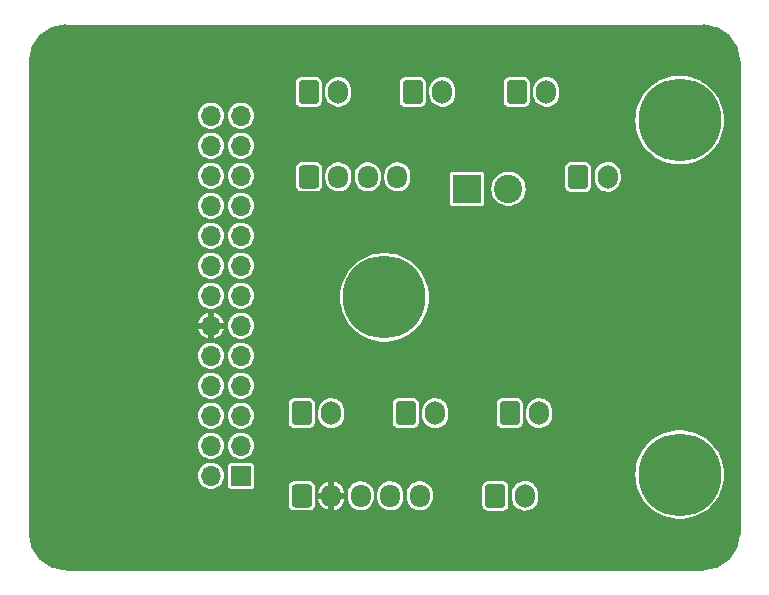
<source format=gbr>
%TF.GenerationSoftware,KiCad,Pcbnew,7.0.10*%
%TF.CreationDate,2024-04-16T14:15:44-05:00*%
%TF.ProjectId,QIDI Breakout Board,51494449-2042-4726-9561-6b6f75742042,rev?*%
%TF.SameCoordinates,PX2210b40PY7ada320*%
%TF.FileFunction,Copper,L1,Top*%
%TF.FilePolarity,Positive*%
%FSLAX46Y46*%
G04 Gerber Fmt 4.6, Leading zero omitted, Abs format (unit mm)*
G04 Created by KiCad (PCBNEW 7.0.10) date 2024-04-16 14:15:44*
%MOMM*%
%LPD*%
G01*
G04 APERTURE LIST*
G04 Aperture macros list*
%AMRoundRect*
0 Rectangle with rounded corners*
0 $1 Rounding radius*
0 $2 $3 $4 $5 $6 $7 $8 $9 X,Y pos of 4 corners*
0 Add a 4 corners polygon primitive as box body*
4,1,4,$2,$3,$4,$5,$6,$7,$8,$9,$2,$3,0*
0 Add four circle primitives for the rounded corners*
1,1,$1+$1,$2,$3*
1,1,$1+$1,$4,$5*
1,1,$1+$1,$6,$7*
1,1,$1+$1,$8,$9*
0 Add four rect primitives between the rounded corners*
20,1,$1+$1,$2,$3,$4,$5,0*
20,1,$1+$1,$4,$5,$6,$7,0*
20,1,$1+$1,$6,$7,$8,$9,0*
20,1,$1+$1,$8,$9,$2,$3,0*%
G04 Aperture macros list end*
%TA.AperFunction,ComponentPad*%
%ADD10RoundRect,0.250000X-0.600000X-0.750000X0.600000X-0.750000X0.600000X0.750000X-0.600000X0.750000X0*%
%TD*%
%TA.AperFunction,ComponentPad*%
%ADD11O,1.700000X2.000000*%
%TD*%
%TA.AperFunction,ComponentPad*%
%ADD12RoundRect,0.250000X-0.600000X-0.725000X0.600000X-0.725000X0.600000X0.725000X-0.600000X0.725000X0*%
%TD*%
%TA.AperFunction,ComponentPad*%
%ADD13O,1.700000X1.950000*%
%TD*%
%TA.AperFunction,ComponentPad*%
%ADD14C,7.000000*%
%TD*%
%TA.AperFunction,ComponentPad*%
%ADD15R,1.700000X1.700000*%
%TD*%
%TA.AperFunction,ComponentPad*%
%ADD16O,1.700000X1.700000*%
%TD*%
%TA.AperFunction,ComponentPad*%
%ADD17R,2.400000X2.400000*%
%TD*%
%TA.AperFunction,ComponentPad*%
%ADD18C,2.400000*%
%TD*%
%TA.AperFunction,ViaPad*%
%ADD19C,2.000000*%
%TD*%
%TA.AperFunction,Profile*%
%ADD20C,0.250000*%
%TD*%
G04 APERTURE END LIST*
D10*
%TO.P,J12,1,Pin_1*%
%TO.N,/EXT1*%
X46400000Y-12800000D03*
D11*
%TO.P,J12,2,Pin_2*%
%TO.N,/EXT2*%
X48900000Y-12800000D03*
%TD*%
D12*
%TO.P,J10,1,Pin_1*%
%TO.N,GND*%
X23000000Y-39800000D03*
D13*
%TO.P,J10,2,Pin_2*%
%TO.N,+5V*%
X25500000Y-39800000D03*
%TO.P,J10,3,Pin_3*%
%TO.N,/IN*%
X28000000Y-39800000D03*
%TO.P,J10,4,Pin_4*%
%TO.N,GND*%
X30500000Y-39800000D03*
%TO.P,J10,5,Pin_5*%
%TO.N,/OUT*%
X33000000Y-39800000D03*
%TD*%
D14*
%TO.P,H2,1*%
%TO.N,N/C*%
X55000000Y-38000000D03*
%TD*%
D10*
%TO.P,J7,1,Pin_1*%
%TO.N,/VF2*%
X40600000Y-32800000D03*
D11*
%TO.P,J7,2,Pin_2*%
%TO.N,/GF2*%
X43100000Y-32800000D03*
%TD*%
D10*
%TO.P,J11,1,Pin_1*%
%TO.N,/SW1*%
X39400000Y-39800000D03*
D11*
%TO.P,J11,2,Pin_2*%
%TO.N,/SW2*%
X41900000Y-39800000D03*
%TD*%
D12*
%TO.P,J9,1,Pin_1*%
%TO.N,/1A*%
X23600000Y-12800000D03*
D13*
%TO.P,J9,2,Pin_2*%
%TO.N,/1B*%
X26100000Y-12800000D03*
%TO.P,J9,3,Pin_3*%
%TO.N,/2A*%
X28600000Y-12800000D03*
%TO.P,J9,4,Pin_4*%
%TO.N,/2B*%
X31100000Y-12800000D03*
%TD*%
D15*
%TO.P,J1,1,Pin_1*%
%TO.N,/OUT*%
X17860000Y-38100000D03*
D16*
%TO.P,J1,2,Pin_2*%
%TO.N,/SW1*%
X15320000Y-38100000D03*
%TO.P,J1,3,Pin_3*%
%TO.N,/IN*%
X17860000Y-35560000D03*
%TO.P,J1,4,Pin_4*%
%TO.N,/SW2*%
X15320000Y-35560000D03*
%TO.P,J1,5,Pin_5*%
%TO.N,/GF2*%
X17860000Y-33020000D03*
%TO.P,J1,6,Pin_6*%
%TO.N,/EXT1*%
X15320000Y-33020000D03*
%TO.P,J1,7,Pin_7*%
%TO.N,/VF2*%
X17860000Y-30480000D03*
%TO.P,J1,8,Pin_8*%
%TO.N,/EXT2*%
X15320000Y-30480000D03*
%TO.P,J1,9,Pin_9*%
%TO.N,/GF1*%
X17860000Y-27940000D03*
%TO.P,J1,10,Pin_10*%
%TO.N,GND*%
X15320000Y-27940000D03*
%TO.P,J1,11,Pin_11*%
%TO.N,/VF1*%
X17860000Y-25400000D03*
%TO.P,J1,12,Pin_12*%
%TO.N,+5V*%
X15320000Y-25400000D03*
%TO.P,J1,13,Pin_13*%
%TO.N,/Heater*%
X17860000Y-22860000D03*
%TO.P,J1,14,Pin_14*%
X15320000Y-22860000D03*
%TO.P,J1,15,Pin_15*%
%TO.N,/VBB*%
X17860000Y-20320000D03*
%TO.P,J1,16,Pin_16*%
X15320000Y-20320000D03*
%TO.P,J1,17,Pin_17*%
%TO.N,/1A*%
X17860000Y-17780000D03*
%TO.P,J1,18,Pin_18*%
%TO.N,/Ther3b*%
X15320000Y-17780000D03*
%TO.P,J1,19,Pin_19*%
%TO.N,/1B*%
X17860000Y-15240000D03*
%TO.P,J1,20,Pin_20*%
%TO.N,/Ther3a*%
X15320000Y-15240000D03*
%TO.P,J1,21,Pin_21*%
%TO.N,/2A*%
X17860000Y-12700000D03*
%TO.P,J1,22,Pin_22*%
%TO.N,/Ther2b*%
X15320000Y-12700000D03*
%TO.P,J1,23,Pin_23*%
%TO.N,/2B*%
X17860000Y-10160000D03*
%TO.P,J1,24,Pin_24*%
%TO.N,/Ther2a*%
X15320000Y-10160000D03*
%TO.P,J1,25,Pin_25*%
%TO.N,/Ther1a*%
X17860000Y-7620000D03*
%TO.P,J1,26,Pin_26*%
%TO.N,/Ther1b*%
X15320000Y-7620000D03*
%TD*%
D14*
%TO.P,H3,1*%
%TO.N,N/C*%
X30000000Y-23000000D03*
%TD*%
D10*
%TO.P,J2,1,Pin_1*%
%TO.N,/Ther1a*%
X23575000Y-5600000D03*
D11*
%TO.P,J2,2,Pin_2*%
%TO.N,/Ther1b*%
X26075000Y-5600000D03*
%TD*%
D17*
%TO.P,J8,1,Pin_1*%
%TO.N,/VBB*%
X37000000Y-13800000D03*
D18*
%TO.P,J8,2,Pin_2*%
%TO.N,/Heater*%
X40500000Y-13800000D03*
%TD*%
D10*
%TO.P,J4,1,Pin_1*%
%TO.N,/Ther3a*%
X41200000Y-5600000D03*
D11*
%TO.P,J4,2,Pin_2*%
%TO.N,/Ther3b*%
X43700000Y-5600000D03*
%TD*%
D10*
%TO.P,J3,1,Pin_1*%
%TO.N,/Ther2a*%
X32400000Y-5600000D03*
D11*
%TO.P,J3,2,Pin_2*%
%TO.N,/Ther2b*%
X34900000Y-5600000D03*
%TD*%
D10*
%TO.P,J5,1,Pin_1*%
%TO.N,/VF1*%
X23000000Y-32800000D03*
D11*
%TO.P,J5,2,Pin_2*%
%TO.N,/GF1*%
X25500000Y-32800000D03*
%TD*%
D14*
%TO.P,H1,1*%
%TO.N,N/C*%
X55000000Y-8000000D03*
%TD*%
D10*
%TO.P,J6,1,Pin_1*%
%TO.N,/VF2*%
X31800000Y-32800000D03*
D11*
%TO.P,J6,2,Pin_2*%
%TO.N,/GF2*%
X34300000Y-32800000D03*
%TD*%
D19*
%TO.N,+5V*%
X11800000Y-43600000D03*
%TD*%
%TA.AperFunction,Conductor*%
%TO.N,+5V*%
G36*
X57003242Y-668D02*
G01*
X57133176Y-7478D01*
X57313944Y-17631D01*
X57326325Y-18956D01*
X57474883Y-42485D01*
X57475947Y-42660D01*
X57635355Y-69744D01*
X57646614Y-72203D01*
X57795545Y-112109D01*
X57797635Y-112690D01*
X57949188Y-156352D01*
X57959286Y-159738D01*
X58051008Y-194947D01*
X58104587Y-215514D01*
X58107601Y-216717D01*
X58251772Y-276434D01*
X58260610Y-280507D01*
X58399994Y-351527D01*
X58403680Y-353484D01*
X58539576Y-428591D01*
X58547130Y-433124D01*
X58678697Y-518564D01*
X58682891Y-521413D01*
X58809174Y-611016D01*
X58815451Y-615776D01*
X58937570Y-714666D01*
X58942127Y-718545D01*
X58942146Y-718561D01*
X59057425Y-821581D01*
X59062479Y-826358D01*
X59173637Y-937515D01*
X59178410Y-942565D01*
X59281452Y-1057869D01*
X59285346Y-1062445D01*
X59384220Y-1184545D01*
X59388984Y-1190825D01*
X59478580Y-1317099D01*
X59481438Y-1321308D01*
X59566890Y-1452892D01*
X59571407Y-1460420D01*
X59599463Y-1511184D01*
X59646509Y-1596308D01*
X59648466Y-1599994D01*
X59719488Y-1739383D01*
X59723564Y-1748224D01*
X59751685Y-1816114D01*
X59783246Y-1892308D01*
X59783284Y-1892398D01*
X59784487Y-1895415D01*
X59840257Y-2040703D01*
X59843647Y-2050812D01*
X59887286Y-2202283D01*
X59887907Y-2204518D01*
X59927787Y-2353356D01*
X59930260Y-2364678D01*
X59957303Y-2523841D01*
X59957528Y-2525214D01*
X59981038Y-2673647D01*
X59982370Y-2686093D01*
X59992525Y-2866932D01*
X59992550Y-2867393D01*
X59999329Y-2996716D01*
X59999499Y-3003207D01*
X59999499Y-42996752D01*
X59999329Y-43003243D01*
X59992527Y-43133016D01*
X59992502Y-43133477D01*
X59982371Y-43313893D01*
X59981039Y-43326340D01*
X59957513Y-43474870D01*
X59957288Y-43476241D01*
X59930263Y-43635304D01*
X59927790Y-43646628D01*
X59887880Y-43795570D01*
X59887259Y-43797804D01*
X59843653Y-43949164D01*
X59840263Y-43959273D01*
X59784463Y-44104639D01*
X59783260Y-44107655D01*
X59723574Y-44251750D01*
X59719497Y-44260592D01*
X59648432Y-44400063D01*
X59646476Y-44403749D01*
X59571427Y-44539540D01*
X59566895Y-44547094D01*
X59481407Y-44678736D01*
X59478540Y-44682957D01*
X59389010Y-44809136D01*
X59384247Y-44815415D01*
X59285323Y-44937577D01*
X59281417Y-44942169D01*
X59178427Y-45057415D01*
X59173648Y-45062469D01*
X59062469Y-45173648D01*
X59057415Y-45178427D01*
X58942169Y-45281417D01*
X58937577Y-45285323D01*
X58815415Y-45384247D01*
X58809136Y-45389010D01*
X58682957Y-45478540D01*
X58678736Y-45481407D01*
X58547094Y-45566895D01*
X58539540Y-45571427D01*
X58403749Y-45646476D01*
X58400063Y-45648432D01*
X58260592Y-45719497D01*
X58251750Y-45723574D01*
X58107655Y-45783260D01*
X58104639Y-45784463D01*
X57959273Y-45840263D01*
X57949164Y-45843653D01*
X57797804Y-45887259D01*
X57795570Y-45887880D01*
X57646628Y-45927790D01*
X57635304Y-45930263D01*
X57476241Y-45957288D01*
X57474870Y-45957513D01*
X57326340Y-45981039D01*
X57313893Y-45982371D01*
X57133477Y-45992502D01*
X57133016Y-45992527D01*
X57003243Y-45999329D01*
X56996752Y-45999499D01*
X3003245Y-45999499D01*
X2996755Y-45999329D01*
X2866648Y-45992510D01*
X2866186Y-45992485D01*
X2686129Y-45982374D01*
X2673683Y-45981042D01*
X2524954Y-45957486D01*
X2523581Y-45957261D01*
X2364704Y-45930266D01*
X2353381Y-45927793D01*
X2204334Y-45887855D01*
X2202101Y-45887234D01*
X2050864Y-45843664D01*
X2040753Y-45840274D01*
X1895251Y-45784421D01*
X1892236Y-45783218D01*
X1748276Y-45723588D01*
X1739434Y-45719512D01*
X1599877Y-45648404D01*
X1596191Y-45646447D01*
X1460481Y-45571443D01*
X1452938Y-45566917D01*
X1321209Y-45481371D01*
X1317010Y-45478520D01*
X1190879Y-45389025D01*
X1184611Y-45384271D01*
X1062381Y-45285291D01*
X1057790Y-45281385D01*
X942598Y-45178442D01*
X937568Y-45173687D01*
X826324Y-45062443D01*
X821550Y-45057394D01*
X718601Y-44942194D01*
X714695Y-44937602D01*
X615737Y-44815398D01*
X610974Y-44809119D01*
X521483Y-44682994D01*
X518617Y-44678773D01*
X433087Y-44547068D01*
X428554Y-44539514D01*
X353546Y-44403797D01*
X351589Y-44400111D01*
X280486Y-44260563D01*
X276410Y-44251720D01*
X216780Y-44107759D01*
X215577Y-44104745D01*
X159724Y-43959243D01*
X156334Y-43949133D01*
X112750Y-43797851D01*
X112167Y-43795753D01*
X72196Y-43646581D01*
X69734Y-43635304D01*
X42728Y-43476357D01*
X42533Y-43475173D01*
X18953Y-43326292D01*
X17626Y-43313900D01*
X7510Y-43133755D01*
X668Y-43003200D01*
X499Y-42996720D01*
X499Y-40572870D01*
X21899500Y-40572870D01*
X21899501Y-40572876D01*
X21905908Y-40632483D01*
X21956202Y-40767328D01*
X21956206Y-40767335D01*
X22042452Y-40882544D01*
X22042455Y-40882547D01*
X22157664Y-40968793D01*
X22157671Y-40968797D01*
X22292517Y-41019091D01*
X22292516Y-41019091D01*
X22299444Y-41019835D01*
X22352127Y-41025500D01*
X23647872Y-41025499D01*
X23707483Y-41019091D01*
X23842331Y-40968796D01*
X23957546Y-40882546D01*
X24043796Y-40767331D01*
X24094091Y-40632483D01*
X24100500Y-40572873D01*
X24100499Y-39549999D01*
X24403846Y-39549999D01*
X24403847Y-39550000D01*
X25096031Y-39550000D01*
X25063481Y-39600649D01*
X25025000Y-39731705D01*
X25025000Y-39868295D01*
X25063481Y-39999351D01*
X25096031Y-40050000D01*
X24406931Y-40050000D01*
X24414963Y-40134112D01*
X24414966Y-40134126D01*
X24474149Y-40335686D01*
X24570413Y-40522414D01*
X24700268Y-40687537D01*
X24700271Y-40687540D01*
X24859030Y-40825105D01*
X24859041Y-40825114D01*
X25040960Y-40930144D01*
X25040967Y-40930147D01*
X25239487Y-40998856D01*
X25250000Y-41000367D01*
X25250000Y-40208018D01*
X25364801Y-40260446D01*
X25466025Y-40275000D01*
X25533975Y-40275000D01*
X25635199Y-40260446D01*
X25750000Y-40208018D01*
X25750000Y-40996257D01*
X25861409Y-40969229D01*
X26052507Y-40881959D01*
X26223619Y-40760110D01*
X26223625Y-40760104D01*
X26368592Y-40608067D01*
X26482166Y-40431342D01*
X26560244Y-40236314D01*
X26596153Y-40050000D01*
X25903969Y-40050000D01*
X25936519Y-39999351D01*
X25942957Y-39977425D01*
X26899500Y-39977425D01*
X26906430Y-40050000D01*
X26914472Y-40134217D01*
X26914473Y-40134221D01*
X26973628Y-40335686D01*
X26973684Y-40335875D01*
X27023019Y-40431572D01*
X27069991Y-40522686D01*
X27199905Y-40687883D01*
X27199909Y-40687887D01*
X27358746Y-40825521D01*
X27540750Y-40930601D01*
X27540752Y-40930601D01*
X27540756Y-40930604D01*
X27739367Y-40999344D01*
X27947398Y-41029254D01*
X28157330Y-41019254D01*
X28361576Y-40969704D01*
X28448200Y-40930144D01*
X28552743Y-40882401D01*
X28552746Y-40882399D01*
X28552753Y-40882396D01*
X28723952Y-40760486D01*
X28724317Y-40760104D01*
X28868985Y-40608379D01*
X28869186Y-40608067D01*
X28982613Y-40431572D01*
X29060725Y-40236457D01*
X29100500Y-40030085D01*
X29100500Y-39977425D01*
X29399500Y-39977425D01*
X29406430Y-40050000D01*
X29414472Y-40134217D01*
X29414473Y-40134221D01*
X29473628Y-40335686D01*
X29473684Y-40335875D01*
X29523019Y-40431572D01*
X29569991Y-40522686D01*
X29699905Y-40687883D01*
X29699909Y-40687887D01*
X29858746Y-40825521D01*
X30040750Y-40930601D01*
X30040752Y-40930601D01*
X30040756Y-40930604D01*
X30239367Y-40999344D01*
X30447398Y-41029254D01*
X30657330Y-41019254D01*
X30861576Y-40969704D01*
X30948200Y-40930144D01*
X31052743Y-40882401D01*
X31052746Y-40882399D01*
X31052753Y-40882396D01*
X31223952Y-40760486D01*
X31224317Y-40760104D01*
X31368985Y-40608379D01*
X31369186Y-40608067D01*
X31482613Y-40431572D01*
X31560725Y-40236457D01*
X31600500Y-40030085D01*
X31600500Y-39977425D01*
X31899500Y-39977425D01*
X31906430Y-40050000D01*
X31914472Y-40134217D01*
X31914473Y-40134221D01*
X31973628Y-40335686D01*
X31973684Y-40335875D01*
X32023019Y-40431572D01*
X32069991Y-40522686D01*
X32199905Y-40687883D01*
X32199909Y-40687887D01*
X32358746Y-40825521D01*
X32540750Y-40930601D01*
X32540752Y-40930601D01*
X32540756Y-40930604D01*
X32739367Y-40999344D01*
X32947398Y-41029254D01*
X33157330Y-41019254D01*
X33361576Y-40969704D01*
X33448200Y-40930144D01*
X33552743Y-40882401D01*
X33552746Y-40882399D01*
X33552753Y-40882396D01*
X33723952Y-40760486D01*
X33724317Y-40760104D01*
X33868985Y-40608379D01*
X33869186Y-40608067D01*
X33875739Y-40597870D01*
X38299500Y-40597870D01*
X38299501Y-40597876D01*
X38305908Y-40657483D01*
X38356202Y-40792328D01*
X38356206Y-40792335D01*
X38442452Y-40907544D01*
X38442455Y-40907547D01*
X38557664Y-40993793D01*
X38557671Y-40993797D01*
X38692517Y-41044091D01*
X38692516Y-41044091D01*
X38699444Y-41044835D01*
X38752127Y-41050500D01*
X40047872Y-41050499D01*
X40107483Y-41044091D01*
X40242331Y-40993796D01*
X40357546Y-40907546D01*
X40443796Y-40792331D01*
X40494091Y-40657483D01*
X40500500Y-40597873D01*
X40500500Y-40002425D01*
X40799500Y-40002425D01*
X40814472Y-40159218D01*
X40873684Y-40360875D01*
X40923019Y-40456572D01*
X40969991Y-40547686D01*
X41099905Y-40712883D01*
X41099909Y-40712887D01*
X41258746Y-40850521D01*
X41440750Y-40955601D01*
X41440752Y-40955601D01*
X41440756Y-40955604D01*
X41639367Y-41024344D01*
X41847398Y-41054254D01*
X42057330Y-41044254D01*
X42261576Y-40994704D01*
X42401935Y-40930604D01*
X42452743Y-40907401D01*
X42452746Y-40907399D01*
X42452753Y-40907396D01*
X42623952Y-40785486D01*
X42647790Y-40760486D01*
X42768985Y-40633379D01*
X42769561Y-40632483D01*
X42882613Y-40456572D01*
X42960725Y-40261457D01*
X43000500Y-40055085D01*
X43000500Y-39597575D01*
X42985528Y-39440782D01*
X42926316Y-39239125D01*
X42830011Y-39052318D01*
X42830009Y-39052316D01*
X42830008Y-39052313D01*
X42700094Y-38887116D01*
X42700090Y-38887112D01*
X42541253Y-38749478D01*
X42359249Y-38644398D01*
X42359245Y-38644396D01*
X42359244Y-38644396D01*
X42160633Y-38575656D01*
X41952602Y-38545746D01*
X41952598Y-38545746D01*
X41742672Y-38555745D01*
X41538421Y-38605296D01*
X41538417Y-38605298D01*
X41347256Y-38692598D01*
X41347251Y-38692601D01*
X41176046Y-38814515D01*
X41176040Y-38814520D01*
X41031014Y-38966620D01*
X40917388Y-39143425D01*
X40839274Y-39338544D01*
X40799500Y-39544914D01*
X40799500Y-39544915D01*
X40799500Y-40002425D01*
X40500500Y-40002425D01*
X40500499Y-39002128D01*
X40494091Y-38942517D01*
X40482881Y-38912462D01*
X40443797Y-38807671D01*
X40443793Y-38807664D01*
X40357547Y-38692455D01*
X40357544Y-38692452D01*
X40242335Y-38606206D01*
X40242328Y-38606202D01*
X40107482Y-38555908D01*
X40107483Y-38555908D01*
X40047883Y-38549501D01*
X40047881Y-38549500D01*
X40047873Y-38549500D01*
X40047864Y-38549500D01*
X38752129Y-38549500D01*
X38752123Y-38549501D01*
X38692516Y-38555908D01*
X38557671Y-38606202D01*
X38557664Y-38606206D01*
X38442455Y-38692452D01*
X38442452Y-38692455D01*
X38356206Y-38807664D01*
X38356202Y-38807671D01*
X38305908Y-38942517D01*
X38300629Y-38991622D01*
X38299501Y-39002123D01*
X38299500Y-39002135D01*
X38299500Y-40597870D01*
X33875739Y-40597870D01*
X33982613Y-40431572D01*
X34060725Y-40236457D01*
X34100500Y-40030085D01*
X34100500Y-39622575D01*
X34085528Y-39465782D01*
X34026316Y-39264125D01*
X33930011Y-39077318D01*
X33930009Y-39077316D01*
X33930008Y-39077313D01*
X33800094Y-38912116D01*
X33800090Y-38912112D01*
X33641253Y-38774478D01*
X33459249Y-38669398D01*
X33459245Y-38669396D01*
X33459244Y-38669396D01*
X33260633Y-38600656D01*
X33052602Y-38570746D01*
X33052598Y-38570746D01*
X32842672Y-38580745D01*
X32638421Y-38630296D01*
X32638417Y-38630298D01*
X32447256Y-38717598D01*
X32447251Y-38717601D01*
X32276046Y-38839515D01*
X32276040Y-38839520D01*
X32131014Y-38991620D01*
X32017388Y-39168425D01*
X31939274Y-39363544D01*
X31904318Y-39544915D01*
X31899500Y-39569915D01*
X31899500Y-39977425D01*
X31600500Y-39977425D01*
X31600500Y-39622575D01*
X31585528Y-39465782D01*
X31526316Y-39264125D01*
X31430011Y-39077318D01*
X31430009Y-39077316D01*
X31430008Y-39077313D01*
X31300094Y-38912116D01*
X31300090Y-38912112D01*
X31141253Y-38774478D01*
X30959249Y-38669398D01*
X30959245Y-38669396D01*
X30959244Y-38669396D01*
X30760633Y-38600656D01*
X30552602Y-38570746D01*
X30552598Y-38570746D01*
X30342672Y-38580745D01*
X30138421Y-38630296D01*
X30138417Y-38630298D01*
X29947256Y-38717598D01*
X29947251Y-38717601D01*
X29776046Y-38839515D01*
X29776040Y-38839520D01*
X29631014Y-38991620D01*
X29517388Y-39168425D01*
X29439274Y-39363544D01*
X29404318Y-39544915D01*
X29399500Y-39569915D01*
X29399500Y-39977425D01*
X29100500Y-39977425D01*
X29100500Y-39622575D01*
X29085528Y-39465782D01*
X29026316Y-39264125D01*
X28930011Y-39077318D01*
X28930009Y-39077316D01*
X28930008Y-39077313D01*
X28800094Y-38912116D01*
X28800090Y-38912112D01*
X28641253Y-38774478D01*
X28459249Y-38669398D01*
X28459245Y-38669396D01*
X28459244Y-38669396D01*
X28260633Y-38600656D01*
X28052602Y-38570746D01*
X28052598Y-38570746D01*
X27842672Y-38580745D01*
X27638421Y-38630296D01*
X27638417Y-38630298D01*
X27447256Y-38717598D01*
X27447251Y-38717601D01*
X27276046Y-38839515D01*
X27276040Y-38839520D01*
X27131014Y-38991620D01*
X27017388Y-39168425D01*
X26939274Y-39363544D01*
X26904318Y-39544915D01*
X26899500Y-39569915D01*
X26899500Y-39977425D01*
X25942957Y-39977425D01*
X25975000Y-39868295D01*
X25975000Y-39731705D01*
X25936519Y-39600649D01*
X25903969Y-39550000D01*
X26593068Y-39550000D01*
X26593068Y-39549999D01*
X26585036Y-39465887D01*
X26585033Y-39465873D01*
X26525850Y-39264313D01*
X26429586Y-39077585D01*
X26299731Y-38912462D01*
X26299728Y-38912459D01*
X26140969Y-38774894D01*
X26140958Y-38774885D01*
X25959039Y-38669855D01*
X25959032Y-38669852D01*
X25760516Y-38601144D01*
X25750000Y-38599632D01*
X25750000Y-39391981D01*
X25635199Y-39339554D01*
X25533975Y-39325000D01*
X25466025Y-39325000D01*
X25364801Y-39339554D01*
X25250000Y-39391981D01*
X25250000Y-38603740D01*
X25249999Y-38603740D01*
X25138594Y-38630768D01*
X25138582Y-38630772D01*
X24947497Y-38718037D01*
X24947496Y-38718038D01*
X24776380Y-38839889D01*
X24776374Y-38839895D01*
X24631407Y-38991932D01*
X24517833Y-39168657D01*
X24439755Y-39363685D01*
X24403846Y-39549999D01*
X24100499Y-39549999D01*
X24100499Y-39027128D01*
X24094091Y-38967517D01*
X24093757Y-38966622D01*
X24043797Y-38832671D01*
X24043793Y-38832664D01*
X23957547Y-38717455D01*
X23957544Y-38717452D01*
X23842335Y-38631206D01*
X23842328Y-38631202D01*
X23707482Y-38580908D01*
X23707483Y-38580908D01*
X23647883Y-38574501D01*
X23647881Y-38574500D01*
X23647873Y-38574500D01*
X23647864Y-38574500D01*
X22352129Y-38574500D01*
X22352123Y-38574501D01*
X22292516Y-38580908D01*
X22157671Y-38631202D01*
X22157664Y-38631206D01*
X22042455Y-38717452D01*
X22042452Y-38717455D01*
X21956206Y-38832664D01*
X21956202Y-38832671D01*
X21905908Y-38967517D01*
X21902187Y-39002135D01*
X21899501Y-39027123D01*
X21899500Y-39027135D01*
X21899500Y-40572870D01*
X499Y-40572870D01*
X499Y-38100000D01*
X14214785Y-38100000D01*
X14233602Y-38303082D01*
X14289417Y-38499247D01*
X14289422Y-38499260D01*
X14380327Y-38681821D01*
X14503237Y-38844581D01*
X14653958Y-38981980D01*
X14653960Y-38981982D01*
X14726855Y-39027116D01*
X14827363Y-39089348D01*
X15017544Y-39163024D01*
X15218024Y-39200500D01*
X15218026Y-39200500D01*
X15421974Y-39200500D01*
X15421976Y-39200500D01*
X15622456Y-39163024D01*
X15812637Y-39089348D01*
X15986041Y-38981981D01*
X15994052Y-38974678D01*
X16759500Y-38974678D01*
X16774032Y-39047735D01*
X16774033Y-39047739D01*
X16777093Y-39052318D01*
X16829399Y-39130601D01*
X16886355Y-39168657D01*
X16912260Y-39185966D01*
X16912264Y-39185967D01*
X16985321Y-39200499D01*
X16985324Y-39200500D01*
X16985326Y-39200500D01*
X18734676Y-39200500D01*
X18734677Y-39200499D01*
X18807740Y-39185966D01*
X18890601Y-39130601D01*
X18945966Y-39047740D01*
X18960500Y-38974674D01*
X18960500Y-38000000D01*
X51244680Y-38000000D01*
X51263946Y-38379918D01*
X51321551Y-38755935D01*
X51321552Y-38755940D01*
X51385291Y-39002116D01*
X51416904Y-39124212D01*
X51549016Y-39480925D01*
X51549022Y-39480940D01*
X51716548Y-39822463D01*
X51716553Y-39822472D01*
X51917771Y-40145295D01*
X52139366Y-40431574D01*
X52150620Y-40446112D01*
X52380112Y-40687537D01*
X52412709Y-40721829D01*
X52701343Y-40969614D01*
X52701346Y-40969616D01*
X53013571Y-41186931D01*
X53346179Y-41371543D01*
X53695758Y-41521559D01*
X53695761Y-41521560D01*
X53695766Y-41521562D01*
X54058709Y-41635436D01*
X54058712Y-41635436D01*
X54058720Y-41635439D01*
X54431340Y-41712015D01*
X54734104Y-41742803D01*
X54809795Y-41750500D01*
X54809796Y-41750500D01*
X55190205Y-41750500D01*
X55253280Y-41744085D01*
X55568660Y-41712015D01*
X55941280Y-41635439D01*
X55941290Y-41635436D01*
X56304233Y-41521562D01*
X56304234Y-41521561D01*
X56304242Y-41521559D01*
X56653821Y-41371543D01*
X56986429Y-41186931D01*
X57298654Y-40969616D01*
X57587291Y-40721829D01*
X57849380Y-40446112D01*
X58082229Y-40145295D01*
X58283451Y-39822464D01*
X58450981Y-39480932D01*
X58583098Y-39124204D01*
X58678448Y-38755940D01*
X58736053Y-38379919D01*
X58755320Y-38000000D01*
X58736053Y-37620081D01*
X58678448Y-37244060D01*
X58583098Y-36875796D01*
X58450981Y-36519068D01*
X58413168Y-36441982D01*
X58283451Y-36177536D01*
X58283446Y-36177527D01*
X58082228Y-35854704D01*
X58011308Y-35763083D01*
X57849380Y-35553888D01*
X57587291Y-35278171D01*
X57587290Y-35278170D01*
X57298656Y-35030385D01*
X56986429Y-34813069D01*
X56986424Y-34813066D01*
X56653820Y-34628456D01*
X56304233Y-34478437D01*
X55941290Y-34364563D01*
X55941284Y-34364562D01*
X55941281Y-34364561D01*
X55941280Y-34364561D01*
X55568660Y-34287985D01*
X55568659Y-34287984D01*
X55568655Y-34287984D01*
X55190205Y-34249500D01*
X55190204Y-34249500D01*
X54809796Y-34249500D01*
X54809795Y-34249500D01*
X54431344Y-34287984D01*
X54058715Y-34364562D01*
X54058709Y-34364563D01*
X53695766Y-34478437D01*
X53346179Y-34628456D01*
X53013575Y-34813066D01*
X53013570Y-34813069D01*
X52701343Y-35030385D01*
X52412709Y-35278170D01*
X52150615Y-35553893D01*
X51917771Y-35854704D01*
X51716553Y-36177527D01*
X51716548Y-36177536D01*
X51549022Y-36519059D01*
X51549016Y-36519074D01*
X51416904Y-36875787D01*
X51321551Y-37244064D01*
X51263946Y-37620081D01*
X51244680Y-38000000D01*
X18960500Y-38000000D01*
X18960500Y-37225326D01*
X18960500Y-37225323D01*
X18960499Y-37225321D01*
X18945967Y-37152264D01*
X18945966Y-37152260D01*
X18890601Y-37069399D01*
X18807740Y-37014034D01*
X18807739Y-37014033D01*
X18807735Y-37014032D01*
X18734677Y-36999500D01*
X18734674Y-36999500D01*
X16985326Y-36999500D01*
X16985323Y-36999500D01*
X16912264Y-37014032D01*
X16912260Y-37014033D01*
X16829399Y-37069399D01*
X16774033Y-37152260D01*
X16774032Y-37152264D01*
X16759500Y-37225321D01*
X16759500Y-38974678D01*
X15994052Y-38974678D01*
X16136764Y-38844579D01*
X16259673Y-38681821D01*
X16350582Y-38499250D01*
X16406397Y-38303083D01*
X16425215Y-38100000D01*
X16406397Y-37896917D01*
X16350582Y-37700750D01*
X16259673Y-37518179D01*
X16136764Y-37355421D01*
X16136762Y-37355418D01*
X15986041Y-37218019D01*
X15986039Y-37218017D01*
X15812642Y-37110655D01*
X15812635Y-37110651D01*
X15706150Y-37069399D01*
X15622456Y-37036976D01*
X15421976Y-36999500D01*
X15218024Y-36999500D01*
X15017544Y-37036976D01*
X15017541Y-37036976D01*
X15017541Y-37036977D01*
X14827364Y-37110651D01*
X14827357Y-37110655D01*
X14653960Y-37218017D01*
X14653958Y-37218019D01*
X14503237Y-37355418D01*
X14380327Y-37518178D01*
X14289422Y-37700739D01*
X14289417Y-37700752D01*
X14233602Y-37896917D01*
X14214785Y-38099999D01*
X14214785Y-38100000D01*
X499Y-38100000D01*
X499Y-35560000D01*
X14214785Y-35560000D01*
X14233602Y-35763082D01*
X14289417Y-35959247D01*
X14289422Y-35959260D01*
X14380327Y-36141821D01*
X14503237Y-36304581D01*
X14653958Y-36441980D01*
X14653960Y-36441982D01*
X14753141Y-36503392D01*
X14827363Y-36549348D01*
X15017544Y-36623024D01*
X15218024Y-36660500D01*
X15218026Y-36660500D01*
X15421974Y-36660500D01*
X15421976Y-36660500D01*
X15622456Y-36623024D01*
X15812637Y-36549348D01*
X15986041Y-36441981D01*
X16136764Y-36304579D01*
X16259673Y-36141821D01*
X16350582Y-35959250D01*
X16406397Y-35763083D01*
X16425215Y-35560000D01*
X16754785Y-35560000D01*
X16773602Y-35763082D01*
X16829417Y-35959247D01*
X16829422Y-35959260D01*
X16920327Y-36141821D01*
X17043237Y-36304581D01*
X17193958Y-36441980D01*
X17193960Y-36441982D01*
X17293141Y-36503392D01*
X17367363Y-36549348D01*
X17557544Y-36623024D01*
X17758024Y-36660500D01*
X17758026Y-36660500D01*
X17961974Y-36660500D01*
X17961976Y-36660500D01*
X18162456Y-36623024D01*
X18352637Y-36549348D01*
X18526041Y-36441981D01*
X18676764Y-36304579D01*
X18799673Y-36141821D01*
X18890582Y-35959250D01*
X18946397Y-35763083D01*
X18965215Y-35560000D01*
X18946397Y-35356917D01*
X18890582Y-35160750D01*
X18799673Y-34978179D01*
X18676764Y-34815421D01*
X18676762Y-34815418D01*
X18526041Y-34678019D01*
X18526039Y-34678017D01*
X18352642Y-34570655D01*
X18352635Y-34570651D01*
X18257546Y-34533814D01*
X18162456Y-34496976D01*
X17961976Y-34459500D01*
X17758024Y-34459500D01*
X17557544Y-34496976D01*
X17557541Y-34496976D01*
X17557541Y-34496977D01*
X17367364Y-34570651D01*
X17367357Y-34570655D01*
X17193960Y-34678017D01*
X17193958Y-34678019D01*
X17043237Y-34815418D01*
X16920327Y-34978178D01*
X16829422Y-35160739D01*
X16829417Y-35160752D01*
X16773602Y-35356917D01*
X16754785Y-35559999D01*
X16754785Y-35560000D01*
X16425215Y-35560000D01*
X16406397Y-35356917D01*
X16350582Y-35160750D01*
X16259673Y-34978179D01*
X16136764Y-34815421D01*
X16136762Y-34815418D01*
X15986041Y-34678019D01*
X15986039Y-34678017D01*
X15812642Y-34570655D01*
X15812635Y-34570651D01*
X15717546Y-34533814D01*
X15622456Y-34496976D01*
X15421976Y-34459500D01*
X15218024Y-34459500D01*
X15017544Y-34496976D01*
X15017541Y-34496976D01*
X15017541Y-34496977D01*
X14827364Y-34570651D01*
X14827357Y-34570655D01*
X14653960Y-34678017D01*
X14653958Y-34678019D01*
X14503237Y-34815418D01*
X14380327Y-34978178D01*
X14289422Y-35160739D01*
X14289417Y-35160752D01*
X14233602Y-35356917D01*
X14214785Y-35559999D01*
X14214785Y-35560000D01*
X499Y-35560000D01*
X499Y-33020000D01*
X14214785Y-33020000D01*
X14233602Y-33223082D01*
X14289417Y-33419247D01*
X14289422Y-33419260D01*
X14380327Y-33601821D01*
X14503237Y-33764581D01*
X14653958Y-33901980D01*
X14653960Y-33901982D01*
X14662948Y-33907547D01*
X14827363Y-34009348D01*
X15017544Y-34083024D01*
X15218024Y-34120500D01*
X15218026Y-34120500D01*
X15421974Y-34120500D01*
X15421976Y-34120500D01*
X15622456Y-34083024D01*
X15812637Y-34009348D01*
X15986041Y-33901981D01*
X16136764Y-33764579D01*
X16259673Y-33601821D01*
X16350582Y-33419250D01*
X16406397Y-33223083D01*
X16425215Y-33020000D01*
X16754785Y-33020000D01*
X16773602Y-33223082D01*
X16829417Y-33419247D01*
X16829422Y-33419260D01*
X16920327Y-33601821D01*
X17043237Y-33764581D01*
X17193958Y-33901980D01*
X17193960Y-33901982D01*
X17202948Y-33907547D01*
X17367363Y-34009348D01*
X17557544Y-34083024D01*
X17758024Y-34120500D01*
X17758026Y-34120500D01*
X17961974Y-34120500D01*
X17961976Y-34120500D01*
X18162456Y-34083024D01*
X18352637Y-34009348D01*
X18526041Y-33901981D01*
X18676764Y-33764579D01*
X18799673Y-33601821D01*
X18801640Y-33597870D01*
X21899500Y-33597870D01*
X21899501Y-33597876D01*
X21905908Y-33657483D01*
X21956202Y-33792328D01*
X21956206Y-33792335D01*
X22042452Y-33907544D01*
X22042455Y-33907547D01*
X22157664Y-33993793D01*
X22157671Y-33993797D01*
X22292517Y-34044091D01*
X22292516Y-34044091D01*
X22299444Y-34044835D01*
X22352127Y-34050500D01*
X23647872Y-34050499D01*
X23707483Y-34044091D01*
X23842331Y-33993796D01*
X23957546Y-33907546D01*
X24043796Y-33792331D01*
X24094091Y-33657483D01*
X24100500Y-33597873D01*
X24100500Y-33002425D01*
X24399500Y-33002425D01*
X24414472Y-33159218D01*
X24473684Y-33360875D01*
X24523019Y-33456572D01*
X24569991Y-33547686D01*
X24699905Y-33712883D01*
X24699909Y-33712887D01*
X24858746Y-33850521D01*
X25040750Y-33955601D01*
X25040752Y-33955601D01*
X25040756Y-33955604D01*
X25239367Y-34024344D01*
X25447398Y-34054254D01*
X25657330Y-34044254D01*
X25861576Y-33994704D01*
X25947199Y-33955601D01*
X26052743Y-33907401D01*
X26052746Y-33907399D01*
X26052753Y-33907396D01*
X26223952Y-33785486D01*
X26293179Y-33712883D01*
X26368985Y-33633379D01*
X26368986Y-33633378D01*
X26391806Y-33597870D01*
X30699500Y-33597870D01*
X30699501Y-33597876D01*
X30705908Y-33657483D01*
X30756202Y-33792328D01*
X30756206Y-33792335D01*
X30842452Y-33907544D01*
X30842455Y-33907547D01*
X30957664Y-33993793D01*
X30957671Y-33993797D01*
X31092517Y-34044091D01*
X31092516Y-34044091D01*
X31099444Y-34044835D01*
X31152127Y-34050500D01*
X32447872Y-34050499D01*
X32507483Y-34044091D01*
X32642331Y-33993796D01*
X32757546Y-33907546D01*
X32843796Y-33792331D01*
X32894091Y-33657483D01*
X32900500Y-33597873D01*
X32900500Y-33002425D01*
X33199500Y-33002425D01*
X33214472Y-33159218D01*
X33273684Y-33360875D01*
X33323019Y-33456572D01*
X33369991Y-33547686D01*
X33499905Y-33712883D01*
X33499909Y-33712887D01*
X33658746Y-33850521D01*
X33840750Y-33955601D01*
X33840752Y-33955601D01*
X33840756Y-33955604D01*
X34039367Y-34024344D01*
X34247398Y-34054254D01*
X34457330Y-34044254D01*
X34661576Y-33994704D01*
X34747199Y-33955601D01*
X34852743Y-33907401D01*
X34852746Y-33907399D01*
X34852753Y-33907396D01*
X35023952Y-33785486D01*
X35093179Y-33712883D01*
X35168985Y-33633379D01*
X35168986Y-33633378D01*
X35191806Y-33597870D01*
X39499500Y-33597870D01*
X39499501Y-33597876D01*
X39505908Y-33657483D01*
X39556202Y-33792328D01*
X39556206Y-33792335D01*
X39642452Y-33907544D01*
X39642455Y-33907547D01*
X39757664Y-33993793D01*
X39757671Y-33993797D01*
X39892517Y-34044091D01*
X39892516Y-34044091D01*
X39899444Y-34044835D01*
X39952127Y-34050500D01*
X41247872Y-34050499D01*
X41307483Y-34044091D01*
X41442331Y-33993796D01*
X41557546Y-33907546D01*
X41643796Y-33792331D01*
X41694091Y-33657483D01*
X41700500Y-33597873D01*
X41700500Y-33002425D01*
X41999500Y-33002425D01*
X42014472Y-33159218D01*
X42073684Y-33360875D01*
X42123019Y-33456572D01*
X42169991Y-33547686D01*
X42299905Y-33712883D01*
X42299909Y-33712887D01*
X42458746Y-33850521D01*
X42640750Y-33955601D01*
X42640752Y-33955601D01*
X42640756Y-33955604D01*
X42839367Y-34024344D01*
X43047398Y-34054254D01*
X43257330Y-34044254D01*
X43461576Y-33994704D01*
X43547199Y-33955601D01*
X43652743Y-33907401D01*
X43652746Y-33907399D01*
X43652753Y-33907396D01*
X43823952Y-33785486D01*
X43893179Y-33712883D01*
X43968985Y-33633379D01*
X43968986Y-33633378D01*
X44082613Y-33456572D01*
X44160725Y-33261457D01*
X44200500Y-33055085D01*
X44200500Y-32597575D01*
X44185528Y-32440782D01*
X44126316Y-32239125D01*
X44030011Y-32052318D01*
X44030009Y-32052316D01*
X44030008Y-32052313D01*
X43900094Y-31887116D01*
X43900090Y-31887112D01*
X43741253Y-31749478D01*
X43559249Y-31644398D01*
X43559245Y-31644396D01*
X43559244Y-31644396D01*
X43360633Y-31575656D01*
X43152602Y-31545746D01*
X43152598Y-31545746D01*
X42942672Y-31555745D01*
X42738421Y-31605296D01*
X42738417Y-31605298D01*
X42547256Y-31692598D01*
X42547251Y-31692601D01*
X42376046Y-31814515D01*
X42376040Y-31814520D01*
X42231014Y-31966620D01*
X42117388Y-32143425D01*
X42039274Y-32338544D01*
X42019570Y-32440782D01*
X41999500Y-32544915D01*
X41999500Y-33002425D01*
X41700500Y-33002425D01*
X41700499Y-32002128D01*
X41694091Y-31942517D01*
X41685506Y-31919500D01*
X41643797Y-31807671D01*
X41643793Y-31807664D01*
X41557547Y-31692455D01*
X41557544Y-31692452D01*
X41442335Y-31606206D01*
X41442328Y-31606202D01*
X41307482Y-31555908D01*
X41307483Y-31555908D01*
X41247883Y-31549501D01*
X41247881Y-31549500D01*
X41247873Y-31549500D01*
X41247864Y-31549500D01*
X39952129Y-31549500D01*
X39952123Y-31549501D01*
X39892516Y-31555908D01*
X39757671Y-31606202D01*
X39757664Y-31606206D01*
X39642455Y-31692452D01*
X39642452Y-31692455D01*
X39556206Y-31807664D01*
X39556202Y-31807671D01*
X39505908Y-31942517D01*
X39503317Y-31966622D01*
X39499501Y-32002123D01*
X39499500Y-32002135D01*
X39499500Y-33597870D01*
X35191806Y-33597870D01*
X35282613Y-33456572D01*
X35360725Y-33261457D01*
X35400500Y-33055085D01*
X35400500Y-32597575D01*
X35385528Y-32440782D01*
X35326316Y-32239125D01*
X35230011Y-32052318D01*
X35230009Y-32052316D01*
X35230008Y-32052313D01*
X35100094Y-31887116D01*
X35100090Y-31887112D01*
X34941253Y-31749478D01*
X34759249Y-31644398D01*
X34759245Y-31644396D01*
X34759244Y-31644396D01*
X34560633Y-31575656D01*
X34352602Y-31545746D01*
X34352598Y-31545746D01*
X34142672Y-31555745D01*
X33938421Y-31605296D01*
X33938417Y-31605298D01*
X33747256Y-31692598D01*
X33747251Y-31692601D01*
X33576046Y-31814515D01*
X33576040Y-31814520D01*
X33431014Y-31966620D01*
X33317388Y-32143425D01*
X33239274Y-32338544D01*
X33219570Y-32440782D01*
X33199500Y-32544915D01*
X33199500Y-33002425D01*
X32900500Y-33002425D01*
X32900499Y-32002128D01*
X32894091Y-31942517D01*
X32885506Y-31919500D01*
X32843797Y-31807671D01*
X32843793Y-31807664D01*
X32757547Y-31692455D01*
X32757544Y-31692452D01*
X32642335Y-31606206D01*
X32642328Y-31606202D01*
X32507482Y-31555908D01*
X32507483Y-31555908D01*
X32447883Y-31549501D01*
X32447881Y-31549500D01*
X32447873Y-31549500D01*
X32447864Y-31549500D01*
X31152129Y-31549500D01*
X31152123Y-31549501D01*
X31092516Y-31555908D01*
X30957671Y-31606202D01*
X30957664Y-31606206D01*
X30842455Y-31692452D01*
X30842452Y-31692455D01*
X30756206Y-31807664D01*
X30756202Y-31807671D01*
X30705908Y-31942517D01*
X30703317Y-31966622D01*
X30699501Y-32002123D01*
X30699500Y-32002135D01*
X30699500Y-33597870D01*
X26391806Y-33597870D01*
X26482613Y-33456572D01*
X26560725Y-33261457D01*
X26600500Y-33055085D01*
X26600500Y-32597575D01*
X26585528Y-32440782D01*
X26526316Y-32239125D01*
X26430011Y-32052318D01*
X26430009Y-32052316D01*
X26430008Y-32052313D01*
X26300094Y-31887116D01*
X26300090Y-31887112D01*
X26141253Y-31749478D01*
X25959249Y-31644398D01*
X25959245Y-31644396D01*
X25959244Y-31644396D01*
X25760633Y-31575656D01*
X25552602Y-31545746D01*
X25552598Y-31545746D01*
X25342672Y-31555745D01*
X25138421Y-31605296D01*
X25138417Y-31605298D01*
X24947256Y-31692598D01*
X24947251Y-31692601D01*
X24776046Y-31814515D01*
X24776040Y-31814520D01*
X24631014Y-31966620D01*
X24517388Y-32143425D01*
X24439274Y-32338544D01*
X24419570Y-32440782D01*
X24399500Y-32544915D01*
X24399500Y-33002425D01*
X24100500Y-33002425D01*
X24100499Y-32002128D01*
X24094091Y-31942517D01*
X24085506Y-31919500D01*
X24043797Y-31807671D01*
X24043793Y-31807664D01*
X23957547Y-31692455D01*
X23957544Y-31692452D01*
X23842335Y-31606206D01*
X23842328Y-31606202D01*
X23707482Y-31555908D01*
X23707483Y-31555908D01*
X23647883Y-31549501D01*
X23647881Y-31549500D01*
X23647873Y-31549500D01*
X23647864Y-31549500D01*
X22352129Y-31549500D01*
X22352123Y-31549501D01*
X22292516Y-31555908D01*
X22157671Y-31606202D01*
X22157664Y-31606206D01*
X22042455Y-31692452D01*
X22042452Y-31692455D01*
X21956206Y-31807664D01*
X21956202Y-31807671D01*
X21905908Y-31942517D01*
X21903317Y-31966622D01*
X21899501Y-32002123D01*
X21899500Y-32002135D01*
X21899500Y-33597870D01*
X18801640Y-33597870D01*
X18890582Y-33419250D01*
X18946397Y-33223083D01*
X18965215Y-33020000D01*
X18963586Y-33002425D01*
X18946397Y-32816917D01*
X18890582Y-32620750D01*
X18879042Y-32597575D01*
X18800967Y-32440778D01*
X18799673Y-32438179D01*
X18724432Y-32338544D01*
X18676762Y-32275418D01*
X18526041Y-32138019D01*
X18526039Y-32138017D01*
X18352642Y-32030655D01*
X18352635Y-32030651D01*
X18187350Y-31966620D01*
X18162456Y-31956976D01*
X17961976Y-31919500D01*
X17758024Y-31919500D01*
X17557544Y-31956976D01*
X17557541Y-31956976D01*
X17557541Y-31956977D01*
X17367364Y-32030651D01*
X17367357Y-32030655D01*
X17193960Y-32138017D01*
X17193958Y-32138019D01*
X17043237Y-32275418D01*
X16920327Y-32438178D01*
X16829422Y-32620739D01*
X16829417Y-32620752D01*
X16773602Y-32816917D01*
X16754785Y-33019999D01*
X16754785Y-33020000D01*
X16425215Y-33020000D01*
X16423586Y-33002425D01*
X16406397Y-32816917D01*
X16350582Y-32620750D01*
X16339042Y-32597575D01*
X16260967Y-32440778D01*
X16259673Y-32438179D01*
X16184432Y-32338544D01*
X16136762Y-32275418D01*
X15986041Y-32138019D01*
X15986039Y-32138017D01*
X15812642Y-32030655D01*
X15812635Y-32030651D01*
X15647350Y-31966620D01*
X15622456Y-31956976D01*
X15421976Y-31919500D01*
X15218024Y-31919500D01*
X15017544Y-31956976D01*
X15017541Y-31956976D01*
X15017541Y-31956977D01*
X14827364Y-32030651D01*
X14827357Y-32030655D01*
X14653960Y-32138017D01*
X14653958Y-32138019D01*
X14503237Y-32275418D01*
X14380327Y-32438178D01*
X14289422Y-32620739D01*
X14289417Y-32620752D01*
X14233602Y-32816917D01*
X14214785Y-33019999D01*
X14214785Y-33020000D01*
X499Y-33020000D01*
X499Y-30480000D01*
X14214785Y-30480000D01*
X14233602Y-30683082D01*
X14289417Y-30879247D01*
X14289422Y-30879260D01*
X14380327Y-31061821D01*
X14503237Y-31224581D01*
X14653958Y-31361980D01*
X14653960Y-31361982D01*
X14753141Y-31423392D01*
X14827363Y-31469348D01*
X15017544Y-31543024D01*
X15218024Y-31580500D01*
X15218026Y-31580500D01*
X15421974Y-31580500D01*
X15421976Y-31580500D01*
X15622456Y-31543024D01*
X15812637Y-31469348D01*
X15986041Y-31361981D01*
X16136764Y-31224579D01*
X16259673Y-31061821D01*
X16350582Y-30879250D01*
X16406397Y-30683083D01*
X16425215Y-30480000D01*
X16754785Y-30480000D01*
X16773602Y-30683082D01*
X16829417Y-30879247D01*
X16829422Y-30879260D01*
X16920327Y-31061821D01*
X17043237Y-31224581D01*
X17193958Y-31361980D01*
X17193960Y-31361982D01*
X17293141Y-31423392D01*
X17367363Y-31469348D01*
X17557544Y-31543024D01*
X17758024Y-31580500D01*
X17758026Y-31580500D01*
X17961974Y-31580500D01*
X17961976Y-31580500D01*
X18162456Y-31543024D01*
X18352637Y-31469348D01*
X18526041Y-31361981D01*
X18676764Y-31224579D01*
X18799673Y-31061821D01*
X18890582Y-30879250D01*
X18946397Y-30683083D01*
X18965215Y-30480000D01*
X18946397Y-30276917D01*
X18890582Y-30080750D01*
X18799673Y-29898179D01*
X18676764Y-29735421D01*
X18676762Y-29735418D01*
X18526041Y-29598019D01*
X18526039Y-29598017D01*
X18352642Y-29490655D01*
X18352635Y-29490651D01*
X18257546Y-29453814D01*
X18162456Y-29416976D01*
X17961976Y-29379500D01*
X17758024Y-29379500D01*
X17557544Y-29416976D01*
X17557541Y-29416976D01*
X17557541Y-29416977D01*
X17367364Y-29490651D01*
X17367357Y-29490655D01*
X17193960Y-29598017D01*
X17193958Y-29598019D01*
X17043237Y-29735418D01*
X16920327Y-29898178D01*
X16829422Y-30080739D01*
X16829417Y-30080752D01*
X16773602Y-30276917D01*
X16754785Y-30479999D01*
X16754785Y-30480000D01*
X16425215Y-30480000D01*
X16406397Y-30276917D01*
X16350582Y-30080750D01*
X16259673Y-29898179D01*
X16136764Y-29735421D01*
X16136762Y-29735418D01*
X15986041Y-29598019D01*
X15986039Y-29598017D01*
X15812642Y-29490655D01*
X15812635Y-29490651D01*
X15717546Y-29453814D01*
X15622456Y-29416976D01*
X15421976Y-29379500D01*
X15218024Y-29379500D01*
X15017544Y-29416976D01*
X15017541Y-29416976D01*
X15017541Y-29416977D01*
X14827364Y-29490651D01*
X14827357Y-29490655D01*
X14653960Y-29598017D01*
X14653958Y-29598019D01*
X14503237Y-29735418D01*
X14380327Y-29898178D01*
X14289422Y-30080739D01*
X14289417Y-30080752D01*
X14233602Y-30276917D01*
X14214785Y-30479999D01*
X14214785Y-30480000D01*
X499Y-30480000D01*
X499Y-27940000D01*
X14214785Y-27940000D01*
X14233602Y-28143082D01*
X14289417Y-28339247D01*
X14289422Y-28339260D01*
X14380327Y-28521821D01*
X14503237Y-28684581D01*
X14653958Y-28821980D01*
X14653960Y-28821982D01*
X14753141Y-28883392D01*
X14827363Y-28929348D01*
X15017544Y-29003024D01*
X15218024Y-29040500D01*
X15218026Y-29040500D01*
X15421974Y-29040500D01*
X15421976Y-29040500D01*
X15622456Y-29003024D01*
X15812637Y-28929348D01*
X15986041Y-28821981D01*
X16136764Y-28684579D01*
X16259673Y-28521821D01*
X16350582Y-28339250D01*
X16406397Y-28143083D01*
X16425215Y-27940000D01*
X16754785Y-27940000D01*
X16773602Y-28143082D01*
X16829417Y-28339247D01*
X16829422Y-28339260D01*
X16920327Y-28521821D01*
X17043237Y-28684581D01*
X17193958Y-28821980D01*
X17193960Y-28821982D01*
X17293141Y-28883392D01*
X17367363Y-28929348D01*
X17557544Y-29003024D01*
X17758024Y-29040500D01*
X17758026Y-29040500D01*
X17961974Y-29040500D01*
X17961976Y-29040500D01*
X18162456Y-29003024D01*
X18352637Y-28929348D01*
X18526041Y-28821981D01*
X18676764Y-28684579D01*
X18799673Y-28521821D01*
X18890582Y-28339250D01*
X18946397Y-28143083D01*
X18965215Y-27940000D01*
X18946397Y-27736917D01*
X18890582Y-27540750D01*
X18799673Y-27358179D01*
X18676764Y-27195421D01*
X18676762Y-27195418D01*
X18526041Y-27058019D01*
X18526039Y-27058017D01*
X18352642Y-26950655D01*
X18352635Y-26950651D01*
X18257546Y-26913814D01*
X18162456Y-26876976D01*
X17961976Y-26839500D01*
X17758024Y-26839500D01*
X17557544Y-26876976D01*
X17557541Y-26876976D01*
X17557541Y-26876977D01*
X17367364Y-26950651D01*
X17367357Y-26950655D01*
X17193960Y-27058017D01*
X17193958Y-27058019D01*
X17043237Y-27195418D01*
X16920327Y-27358178D01*
X16829422Y-27540739D01*
X16829417Y-27540752D01*
X16773602Y-27736917D01*
X16754785Y-27939999D01*
X16754785Y-27940000D01*
X16425215Y-27940000D01*
X16406397Y-27736917D01*
X16350582Y-27540750D01*
X16259673Y-27358179D01*
X16136764Y-27195421D01*
X16136762Y-27195418D01*
X15986041Y-27058019D01*
X15986039Y-27058017D01*
X15812642Y-26950655D01*
X15812635Y-26950651D01*
X15717546Y-26913814D01*
X15622456Y-26876976D01*
X15421976Y-26839500D01*
X15218024Y-26839500D01*
X15017544Y-26876976D01*
X15017541Y-26876976D01*
X15017541Y-26876977D01*
X14827364Y-26950651D01*
X14827357Y-26950655D01*
X14653960Y-27058017D01*
X14653958Y-27058019D01*
X14503237Y-27195418D01*
X14380327Y-27358178D01*
X14289422Y-27540739D01*
X14289417Y-27540752D01*
X14233602Y-27736917D01*
X14214785Y-27939999D01*
X14214785Y-27940000D01*
X499Y-27940000D01*
X499Y-25149999D01*
X14247471Y-25149999D01*
X14247472Y-25150000D01*
X14886314Y-25150000D01*
X14860507Y-25190156D01*
X14820000Y-25328111D01*
X14820000Y-25471889D01*
X14860507Y-25609844D01*
X14886314Y-25650000D01*
X14247472Y-25650000D01*
X14289885Y-25799065D01*
X14289890Y-25799078D01*
X14380754Y-25981556D01*
X14503608Y-26144242D01*
X14654260Y-26281578D01*
X14827584Y-26388897D01*
X15017678Y-26462539D01*
X15070000Y-26472320D01*
X15070000Y-25835501D01*
X15177685Y-25884680D01*
X15284237Y-25900000D01*
X15355763Y-25900000D01*
X15462315Y-25884680D01*
X15570000Y-25835501D01*
X15570000Y-26472320D01*
X15622321Y-26462539D01*
X15812415Y-26388897D01*
X15985739Y-26281578D01*
X16136391Y-26144242D01*
X16259245Y-25981556D01*
X16350109Y-25799078D01*
X16350114Y-25799065D01*
X16392528Y-25650000D01*
X15753686Y-25650000D01*
X15779493Y-25609844D01*
X15820000Y-25471889D01*
X15820000Y-25400000D01*
X16754785Y-25400000D01*
X16773602Y-25603082D01*
X16829417Y-25799247D01*
X16829422Y-25799260D01*
X16920327Y-25981821D01*
X17043237Y-26144581D01*
X17193958Y-26281980D01*
X17193960Y-26281982D01*
X17293141Y-26343392D01*
X17367363Y-26389348D01*
X17557544Y-26463024D01*
X17758024Y-26500500D01*
X17758026Y-26500500D01*
X17961974Y-26500500D01*
X17961976Y-26500500D01*
X18162456Y-26463024D01*
X18352637Y-26389348D01*
X18526041Y-26281981D01*
X18676764Y-26144579D01*
X18799673Y-25981821D01*
X18890582Y-25799250D01*
X18946397Y-25603083D01*
X18965215Y-25400000D01*
X18946397Y-25196917D01*
X18890582Y-25000750D01*
X18799673Y-24818179D01*
X18676764Y-24655421D01*
X18676762Y-24655418D01*
X18526041Y-24518019D01*
X18526039Y-24518017D01*
X18352642Y-24410655D01*
X18352635Y-24410651D01*
X18163700Y-24337458D01*
X18162456Y-24336976D01*
X17961976Y-24299500D01*
X17758024Y-24299500D01*
X17557544Y-24336976D01*
X17557541Y-24336976D01*
X17557541Y-24336977D01*
X17367364Y-24410651D01*
X17367357Y-24410655D01*
X17193960Y-24518017D01*
X17193958Y-24518019D01*
X17043237Y-24655418D01*
X16920327Y-24818178D01*
X16829422Y-25000739D01*
X16829417Y-25000752D01*
X16773602Y-25196917D01*
X16754785Y-25399999D01*
X16754785Y-25400000D01*
X15820000Y-25400000D01*
X15820000Y-25328111D01*
X15779493Y-25190156D01*
X15753686Y-25150000D01*
X16392528Y-25150000D01*
X16392528Y-25149999D01*
X16350114Y-25000934D01*
X16350109Y-25000921D01*
X16259245Y-24818443D01*
X16136391Y-24655757D01*
X15985739Y-24518421D01*
X15812413Y-24411101D01*
X15622315Y-24337458D01*
X15622309Y-24337456D01*
X15570001Y-24327677D01*
X15570000Y-24327679D01*
X15570000Y-24964498D01*
X15462315Y-24915320D01*
X15355763Y-24900000D01*
X15284237Y-24900000D01*
X15177685Y-24915320D01*
X15070000Y-24964498D01*
X15070000Y-24327679D01*
X15069998Y-24327677D01*
X15017690Y-24337456D01*
X15017684Y-24337458D01*
X14827586Y-24411101D01*
X14654260Y-24518421D01*
X14503608Y-24655757D01*
X14380754Y-24818443D01*
X14289890Y-25000921D01*
X14289885Y-25000934D01*
X14247471Y-25149999D01*
X499Y-25149999D01*
X499Y-22860000D01*
X14214785Y-22860000D01*
X14233602Y-23063082D01*
X14289417Y-23259247D01*
X14289422Y-23259260D01*
X14380327Y-23441821D01*
X14503237Y-23604581D01*
X14653958Y-23741980D01*
X14653960Y-23741982D01*
X14753141Y-23803392D01*
X14827363Y-23849348D01*
X15017544Y-23923024D01*
X15218024Y-23960500D01*
X15218026Y-23960500D01*
X15421974Y-23960500D01*
X15421976Y-23960500D01*
X15622456Y-23923024D01*
X15812637Y-23849348D01*
X15986041Y-23741981D01*
X16136764Y-23604579D01*
X16259673Y-23441821D01*
X16350582Y-23259250D01*
X16406397Y-23063083D01*
X16425215Y-22860000D01*
X16754785Y-22860000D01*
X16773602Y-23063082D01*
X16829417Y-23259247D01*
X16829422Y-23259260D01*
X16920327Y-23441821D01*
X17043237Y-23604581D01*
X17193958Y-23741980D01*
X17193960Y-23741982D01*
X17293141Y-23803392D01*
X17367363Y-23849348D01*
X17557544Y-23923024D01*
X17758024Y-23960500D01*
X17758026Y-23960500D01*
X17961974Y-23960500D01*
X17961976Y-23960500D01*
X18162456Y-23923024D01*
X18352637Y-23849348D01*
X18526041Y-23741981D01*
X18676764Y-23604579D01*
X18799673Y-23441821D01*
X18890582Y-23259250D01*
X18946397Y-23063083D01*
X18952242Y-23000000D01*
X26244680Y-23000000D01*
X26263946Y-23379918D01*
X26321551Y-23755935D01*
X26321552Y-23755940D01*
X26364813Y-23923024D01*
X26416904Y-24124212D01*
X26549016Y-24480925D01*
X26549022Y-24480940D01*
X26716548Y-24822463D01*
X26716553Y-24822472D01*
X26917771Y-25145295D01*
X27114926Y-25400000D01*
X27150620Y-25446112D01*
X27412709Y-25721829D01*
X27701343Y-25969614D01*
X27701346Y-25969616D01*
X28013571Y-26186931D01*
X28346179Y-26371543D01*
X28695758Y-26521559D01*
X28695761Y-26521560D01*
X28695766Y-26521562D01*
X29058709Y-26635436D01*
X29058712Y-26635436D01*
X29058720Y-26635439D01*
X29431340Y-26712015D01*
X29734104Y-26742803D01*
X29809795Y-26750500D01*
X29809796Y-26750500D01*
X30190205Y-26750500D01*
X30253280Y-26744085D01*
X30568660Y-26712015D01*
X30941280Y-26635439D01*
X30941290Y-26635436D01*
X31304233Y-26521562D01*
X31304234Y-26521561D01*
X31304242Y-26521559D01*
X31653821Y-26371543D01*
X31986429Y-26186931D01*
X32298654Y-25969616D01*
X32587291Y-25721829D01*
X32849380Y-25446112D01*
X33082229Y-25145295D01*
X33283451Y-24822464D01*
X33450981Y-24480932D01*
X33583098Y-24124204D01*
X33678448Y-23755940D01*
X33736053Y-23379919D01*
X33755320Y-23000000D01*
X33736053Y-22620081D01*
X33678448Y-22244060D01*
X33583098Y-21875796D01*
X33553906Y-21796976D01*
X33450983Y-21519074D01*
X33450977Y-21519059D01*
X33283451Y-21177536D01*
X33283446Y-21177527D01*
X33159068Y-20977982D01*
X33082229Y-20854705D01*
X32849380Y-20553888D01*
X32587291Y-20278171D01*
X32399453Y-20116917D01*
X32298656Y-20030385D01*
X31986429Y-19813069D01*
X31986424Y-19813066D01*
X31653820Y-19628456D01*
X31304233Y-19478437D01*
X30941290Y-19364563D01*
X30941284Y-19364562D01*
X30941281Y-19364561D01*
X30941280Y-19364561D01*
X30568660Y-19287985D01*
X30568659Y-19287984D01*
X30568655Y-19287984D01*
X30190205Y-19249500D01*
X30190204Y-19249500D01*
X29809796Y-19249500D01*
X29809795Y-19249500D01*
X29431344Y-19287984D01*
X29058715Y-19364562D01*
X29058709Y-19364563D01*
X28695766Y-19478437D01*
X28346179Y-19628456D01*
X28013575Y-19813066D01*
X28013570Y-19813069D01*
X27701343Y-20030385D01*
X27412709Y-20278170D01*
X27150615Y-20553893D01*
X26917771Y-20854704D01*
X26716553Y-21177527D01*
X26716548Y-21177536D01*
X26549022Y-21519059D01*
X26549016Y-21519074D01*
X26416904Y-21875787D01*
X26321551Y-22244064D01*
X26263946Y-22620081D01*
X26244680Y-23000000D01*
X18952242Y-23000000D01*
X18965215Y-22860000D01*
X18946397Y-22656917D01*
X18890582Y-22460750D01*
X18799673Y-22278179D01*
X18676764Y-22115421D01*
X18676762Y-22115418D01*
X18526041Y-21978019D01*
X18526039Y-21978017D01*
X18352642Y-21870655D01*
X18352635Y-21870651D01*
X18257546Y-21833814D01*
X18162456Y-21796976D01*
X17961976Y-21759500D01*
X17758024Y-21759500D01*
X17557544Y-21796976D01*
X17557541Y-21796976D01*
X17557541Y-21796977D01*
X17367364Y-21870651D01*
X17367357Y-21870655D01*
X17193960Y-21978017D01*
X17193958Y-21978019D01*
X17043237Y-22115418D01*
X16920327Y-22278178D01*
X16829422Y-22460739D01*
X16829417Y-22460752D01*
X16773602Y-22656917D01*
X16754785Y-22859999D01*
X16754785Y-22860000D01*
X16425215Y-22860000D01*
X16406397Y-22656917D01*
X16350582Y-22460750D01*
X16259673Y-22278179D01*
X16136764Y-22115421D01*
X16136762Y-22115418D01*
X15986041Y-21978019D01*
X15986039Y-21978017D01*
X15812642Y-21870655D01*
X15812635Y-21870651D01*
X15717546Y-21833814D01*
X15622456Y-21796976D01*
X15421976Y-21759500D01*
X15218024Y-21759500D01*
X15017544Y-21796976D01*
X15017541Y-21796976D01*
X15017541Y-21796977D01*
X14827364Y-21870651D01*
X14827357Y-21870655D01*
X14653960Y-21978017D01*
X14653958Y-21978019D01*
X14503237Y-22115418D01*
X14380327Y-22278178D01*
X14289422Y-22460739D01*
X14289417Y-22460752D01*
X14233602Y-22656917D01*
X14214785Y-22859999D01*
X14214785Y-22860000D01*
X499Y-22860000D01*
X499Y-20320000D01*
X14214785Y-20320000D01*
X14233602Y-20523082D01*
X14289417Y-20719247D01*
X14289422Y-20719260D01*
X14380327Y-20901821D01*
X14503237Y-21064581D01*
X14653958Y-21201980D01*
X14653960Y-21201982D01*
X14753141Y-21263392D01*
X14827363Y-21309348D01*
X15017544Y-21383024D01*
X15218024Y-21420500D01*
X15218026Y-21420500D01*
X15421974Y-21420500D01*
X15421976Y-21420500D01*
X15622456Y-21383024D01*
X15812637Y-21309348D01*
X15986041Y-21201981D01*
X16136764Y-21064579D01*
X16259673Y-20901821D01*
X16350582Y-20719250D01*
X16406397Y-20523083D01*
X16425215Y-20320000D01*
X16754785Y-20320000D01*
X16773602Y-20523082D01*
X16829417Y-20719247D01*
X16829422Y-20719260D01*
X16920327Y-20901821D01*
X17043237Y-21064581D01*
X17193958Y-21201980D01*
X17193960Y-21201982D01*
X17293141Y-21263392D01*
X17367363Y-21309348D01*
X17557544Y-21383024D01*
X17758024Y-21420500D01*
X17758026Y-21420500D01*
X17961974Y-21420500D01*
X17961976Y-21420500D01*
X18162456Y-21383024D01*
X18352637Y-21309348D01*
X18526041Y-21201981D01*
X18676764Y-21064579D01*
X18799673Y-20901821D01*
X18890582Y-20719250D01*
X18946397Y-20523083D01*
X18965215Y-20320000D01*
X18946397Y-20116917D01*
X18890582Y-19920750D01*
X18799673Y-19738179D01*
X18676764Y-19575421D01*
X18676762Y-19575418D01*
X18526041Y-19438019D01*
X18526039Y-19438017D01*
X18352642Y-19330655D01*
X18352635Y-19330651D01*
X18242497Y-19287984D01*
X18162456Y-19256976D01*
X17961976Y-19219500D01*
X17758024Y-19219500D01*
X17557544Y-19256976D01*
X17557541Y-19256976D01*
X17557541Y-19256977D01*
X17367364Y-19330651D01*
X17367357Y-19330655D01*
X17193960Y-19438017D01*
X17193958Y-19438019D01*
X17043237Y-19575418D01*
X16920327Y-19738178D01*
X16829422Y-19920739D01*
X16829417Y-19920752D01*
X16773602Y-20116917D01*
X16754785Y-20319999D01*
X16754785Y-20320000D01*
X16425215Y-20320000D01*
X16406397Y-20116917D01*
X16350582Y-19920750D01*
X16259673Y-19738179D01*
X16136764Y-19575421D01*
X16136762Y-19575418D01*
X15986041Y-19438019D01*
X15986039Y-19438017D01*
X15812642Y-19330655D01*
X15812635Y-19330651D01*
X15702497Y-19287984D01*
X15622456Y-19256976D01*
X15421976Y-19219500D01*
X15218024Y-19219500D01*
X15017544Y-19256976D01*
X15017541Y-19256976D01*
X15017541Y-19256977D01*
X14827364Y-19330651D01*
X14827357Y-19330655D01*
X14653960Y-19438017D01*
X14653958Y-19438019D01*
X14503237Y-19575418D01*
X14380327Y-19738178D01*
X14289422Y-19920739D01*
X14289417Y-19920752D01*
X14233602Y-20116917D01*
X14214785Y-20319999D01*
X14214785Y-20320000D01*
X499Y-20320000D01*
X499Y-17780000D01*
X14214785Y-17780000D01*
X14233602Y-17983082D01*
X14289417Y-18179247D01*
X14289422Y-18179260D01*
X14380327Y-18361821D01*
X14503237Y-18524581D01*
X14653958Y-18661980D01*
X14653960Y-18661982D01*
X14753141Y-18723392D01*
X14827363Y-18769348D01*
X15017544Y-18843024D01*
X15218024Y-18880500D01*
X15218026Y-18880500D01*
X15421974Y-18880500D01*
X15421976Y-18880500D01*
X15622456Y-18843024D01*
X15812637Y-18769348D01*
X15986041Y-18661981D01*
X16136764Y-18524579D01*
X16259673Y-18361821D01*
X16350582Y-18179250D01*
X16406397Y-17983083D01*
X16425215Y-17780000D01*
X16754785Y-17780000D01*
X16773602Y-17983082D01*
X16829417Y-18179247D01*
X16829422Y-18179260D01*
X16920327Y-18361821D01*
X17043237Y-18524581D01*
X17193958Y-18661980D01*
X17193960Y-18661982D01*
X17293141Y-18723392D01*
X17367363Y-18769348D01*
X17557544Y-18843024D01*
X17758024Y-18880500D01*
X17758026Y-18880500D01*
X17961974Y-18880500D01*
X17961976Y-18880500D01*
X18162456Y-18843024D01*
X18352637Y-18769348D01*
X18526041Y-18661981D01*
X18676764Y-18524579D01*
X18799673Y-18361821D01*
X18890582Y-18179250D01*
X18946397Y-17983083D01*
X18965215Y-17780000D01*
X18946397Y-17576917D01*
X18890582Y-17380750D01*
X18799673Y-17198179D01*
X18676764Y-17035421D01*
X18676762Y-17035418D01*
X18526041Y-16898019D01*
X18526039Y-16898017D01*
X18352642Y-16790655D01*
X18352635Y-16790651D01*
X18257546Y-16753814D01*
X18162456Y-16716976D01*
X17961976Y-16679500D01*
X17758024Y-16679500D01*
X17557544Y-16716976D01*
X17557541Y-16716976D01*
X17557541Y-16716977D01*
X17367364Y-16790651D01*
X17367357Y-16790655D01*
X17193960Y-16898017D01*
X17193958Y-16898019D01*
X17043237Y-17035418D01*
X16920327Y-17198178D01*
X16829422Y-17380739D01*
X16829417Y-17380752D01*
X16773602Y-17576917D01*
X16754785Y-17779999D01*
X16754785Y-17780000D01*
X16425215Y-17780000D01*
X16406397Y-17576917D01*
X16350582Y-17380750D01*
X16259673Y-17198179D01*
X16136764Y-17035421D01*
X16136762Y-17035418D01*
X15986041Y-16898019D01*
X15986039Y-16898017D01*
X15812642Y-16790655D01*
X15812635Y-16790651D01*
X15717546Y-16753814D01*
X15622456Y-16716976D01*
X15421976Y-16679500D01*
X15218024Y-16679500D01*
X15017544Y-16716976D01*
X15017541Y-16716976D01*
X15017541Y-16716977D01*
X14827364Y-16790651D01*
X14827357Y-16790655D01*
X14653960Y-16898017D01*
X14653958Y-16898019D01*
X14503237Y-17035418D01*
X14380327Y-17198178D01*
X14289422Y-17380739D01*
X14289417Y-17380752D01*
X14233602Y-17576917D01*
X14214785Y-17779999D01*
X14214785Y-17780000D01*
X499Y-17780000D01*
X499Y-15240000D01*
X14214785Y-15240000D01*
X14233602Y-15443082D01*
X14289417Y-15639247D01*
X14289422Y-15639260D01*
X14380327Y-15821821D01*
X14503237Y-15984581D01*
X14653958Y-16121980D01*
X14653960Y-16121982D01*
X14753141Y-16183392D01*
X14827363Y-16229348D01*
X15017544Y-16303024D01*
X15218024Y-16340500D01*
X15218026Y-16340500D01*
X15421974Y-16340500D01*
X15421976Y-16340500D01*
X15622456Y-16303024D01*
X15812637Y-16229348D01*
X15986041Y-16121981D01*
X16136764Y-15984579D01*
X16259673Y-15821821D01*
X16350582Y-15639250D01*
X16406397Y-15443083D01*
X16425215Y-15240000D01*
X16754785Y-15240000D01*
X16773602Y-15443082D01*
X16829417Y-15639247D01*
X16829422Y-15639260D01*
X16920327Y-15821821D01*
X17043237Y-15984581D01*
X17193958Y-16121980D01*
X17193960Y-16121982D01*
X17293141Y-16183392D01*
X17367363Y-16229348D01*
X17557544Y-16303024D01*
X17758024Y-16340500D01*
X17758026Y-16340500D01*
X17961974Y-16340500D01*
X17961976Y-16340500D01*
X18162456Y-16303024D01*
X18352637Y-16229348D01*
X18526041Y-16121981D01*
X18676764Y-15984579D01*
X18799673Y-15821821D01*
X18890582Y-15639250D01*
X18946397Y-15443083D01*
X18965215Y-15240000D01*
X18952032Y-15097735D01*
X18946397Y-15036917D01*
X18942915Y-15024678D01*
X35549500Y-15024678D01*
X35564032Y-15097735D01*
X35564033Y-15097739D01*
X35564034Y-15097740D01*
X35619399Y-15180601D01*
X35702260Y-15235966D01*
X35702264Y-15235967D01*
X35775321Y-15250499D01*
X35775324Y-15250500D01*
X35775326Y-15250500D01*
X38224676Y-15250500D01*
X38224677Y-15250499D01*
X38297740Y-15235966D01*
X38380601Y-15180601D01*
X38435966Y-15097740D01*
X38450500Y-15024674D01*
X38450500Y-13800005D01*
X39044529Y-13800005D01*
X39064379Y-14039559D01*
X39123389Y-14272589D01*
X39219951Y-14492729D01*
X39221708Y-14495418D01*
X39351429Y-14693969D01*
X39514236Y-14870825D01*
X39514239Y-14870827D01*
X39514242Y-14870830D01*
X39703924Y-15018466D01*
X39703930Y-15018470D01*
X39703933Y-15018472D01*
X39915344Y-15132882D01*
X39915347Y-15132883D01*
X40142699Y-15210933D01*
X40142701Y-15210933D01*
X40142703Y-15210934D01*
X40379808Y-15250500D01*
X40379809Y-15250500D01*
X40620191Y-15250500D01*
X40620192Y-15250500D01*
X40857297Y-15210934D01*
X41084656Y-15132882D01*
X41296067Y-15018472D01*
X41485764Y-14870825D01*
X41648571Y-14693969D01*
X41780049Y-14492728D01*
X41876610Y-14272591D01*
X41935620Y-14039563D01*
X41948643Y-13882398D01*
X41955471Y-13800005D01*
X41955471Y-13799994D01*
X41939593Y-13608379D01*
X41938722Y-13597870D01*
X45299500Y-13597870D01*
X45299501Y-13597876D01*
X45305908Y-13657483D01*
X45356202Y-13792328D01*
X45356206Y-13792335D01*
X45442452Y-13907544D01*
X45442455Y-13907547D01*
X45557664Y-13993793D01*
X45557671Y-13993797D01*
X45692517Y-14044091D01*
X45692516Y-14044091D01*
X45699444Y-14044835D01*
X45752127Y-14050500D01*
X47047872Y-14050499D01*
X47107483Y-14044091D01*
X47242331Y-13993796D01*
X47357546Y-13907546D01*
X47443796Y-13792331D01*
X47494091Y-13657483D01*
X47500500Y-13597873D01*
X47500500Y-13002425D01*
X47799500Y-13002425D01*
X47814472Y-13159218D01*
X47873684Y-13360875D01*
X47910131Y-13431572D01*
X47969991Y-13547686D01*
X48099905Y-13712883D01*
X48099909Y-13712887D01*
X48258746Y-13850521D01*
X48440750Y-13955601D01*
X48440752Y-13955601D01*
X48440756Y-13955604D01*
X48639367Y-14024344D01*
X48847398Y-14054254D01*
X49057330Y-14044254D01*
X49261576Y-13994704D01*
X49401935Y-13930604D01*
X49452743Y-13907401D01*
X49452746Y-13907399D01*
X49452753Y-13907396D01*
X49623952Y-13785486D01*
X49645370Y-13763024D01*
X49768985Y-13633379D01*
X49769561Y-13632483D01*
X49882613Y-13456572D01*
X49960725Y-13261457D01*
X50000500Y-13055085D01*
X50000500Y-12597575D01*
X49985528Y-12440782D01*
X49926316Y-12239125D01*
X49830011Y-12052318D01*
X49830009Y-12052316D01*
X49830008Y-12052313D01*
X49700094Y-11887116D01*
X49700090Y-11887112D01*
X49541253Y-11749478D01*
X49359249Y-11644398D01*
X49359245Y-11644396D01*
X49359244Y-11644396D01*
X49160633Y-11575656D01*
X48952602Y-11545746D01*
X48952598Y-11545746D01*
X48742672Y-11555745D01*
X48538421Y-11605296D01*
X48538417Y-11605298D01*
X48347256Y-11692598D01*
X48347251Y-11692601D01*
X48176046Y-11814515D01*
X48176040Y-11814520D01*
X48031014Y-11966620D01*
X47917388Y-12143425D01*
X47839274Y-12338544D01*
X47814494Y-12467118D01*
X47799500Y-12544915D01*
X47799500Y-13002425D01*
X47500500Y-13002425D01*
X47500499Y-12002128D01*
X47494091Y-11942517D01*
X47482752Y-11912116D01*
X47443797Y-11807671D01*
X47443793Y-11807664D01*
X47357547Y-11692455D01*
X47357544Y-11692452D01*
X47242335Y-11606206D01*
X47242328Y-11606202D01*
X47107482Y-11555908D01*
X47107483Y-11555908D01*
X47047883Y-11549501D01*
X47047881Y-11549500D01*
X47047873Y-11549500D01*
X47047864Y-11549500D01*
X45752129Y-11549500D01*
X45752123Y-11549501D01*
X45692516Y-11555908D01*
X45557671Y-11606202D01*
X45557664Y-11606206D01*
X45442455Y-11692452D01*
X45442452Y-11692455D01*
X45356206Y-11807664D01*
X45356202Y-11807671D01*
X45305908Y-11942517D01*
X45300629Y-11991622D01*
X45299501Y-12002123D01*
X45299500Y-12002135D01*
X45299500Y-13597870D01*
X41938722Y-13597870D01*
X41935620Y-13560437D01*
X41876610Y-13327409D01*
X41780049Y-13107272D01*
X41774814Y-13099260D01*
X41648572Y-12906033D01*
X41648571Y-12906031D01*
X41485764Y-12729175D01*
X41485759Y-12729171D01*
X41485757Y-12729169D01*
X41296075Y-12581533D01*
X41296069Y-12581529D01*
X41084657Y-12467118D01*
X41084652Y-12467116D01*
X40857300Y-12389066D01*
X40679468Y-12359391D01*
X40620192Y-12349500D01*
X40379808Y-12349500D01*
X40332387Y-12357413D01*
X40142699Y-12389066D01*
X39915347Y-12467116D01*
X39915342Y-12467118D01*
X39703930Y-12581529D01*
X39703924Y-12581533D01*
X39514242Y-12729169D01*
X39514239Y-12729172D01*
X39351430Y-12906029D01*
X39351427Y-12906033D01*
X39219951Y-13107270D01*
X39123389Y-13327410D01*
X39064379Y-13560440D01*
X39044529Y-13799994D01*
X39044529Y-13800005D01*
X38450500Y-13800005D01*
X38450500Y-12575326D01*
X38450500Y-12575323D01*
X38450499Y-12575321D01*
X38435967Y-12502264D01*
X38435966Y-12502260D01*
X38412484Y-12467116D01*
X38380601Y-12419399D01*
X38297740Y-12364034D01*
X38297739Y-12364033D01*
X38297735Y-12364032D01*
X38224677Y-12349500D01*
X38224674Y-12349500D01*
X35775326Y-12349500D01*
X35775323Y-12349500D01*
X35702264Y-12364032D01*
X35702260Y-12364033D01*
X35619399Y-12419399D01*
X35564033Y-12502260D01*
X35564032Y-12502264D01*
X35549500Y-12575321D01*
X35549500Y-15024678D01*
X18942915Y-15024678D01*
X18942914Y-15024676D01*
X18890582Y-14840750D01*
X18799673Y-14658179D01*
X18676764Y-14495421D01*
X18676762Y-14495418D01*
X18526041Y-14358019D01*
X18526039Y-14358017D01*
X18352642Y-14250655D01*
X18352635Y-14250651D01*
X18257546Y-14213814D01*
X18162456Y-14176976D01*
X17961976Y-14139500D01*
X17758024Y-14139500D01*
X17557544Y-14176976D01*
X17557541Y-14176976D01*
X17557541Y-14176977D01*
X17367364Y-14250651D01*
X17367357Y-14250655D01*
X17193960Y-14358017D01*
X17193958Y-14358019D01*
X17043237Y-14495418D01*
X16920327Y-14658178D01*
X16829422Y-14840739D01*
X16829417Y-14840752D01*
X16773602Y-15036917D01*
X16754785Y-15239999D01*
X16754785Y-15240000D01*
X16425215Y-15240000D01*
X16412032Y-15097735D01*
X16406397Y-15036917D01*
X16402914Y-15024676D01*
X16350582Y-14840750D01*
X16259673Y-14658179D01*
X16136764Y-14495421D01*
X16136762Y-14495418D01*
X15986041Y-14358019D01*
X15986039Y-14358017D01*
X15812642Y-14250655D01*
X15812635Y-14250651D01*
X15717546Y-14213814D01*
X15622456Y-14176976D01*
X15421976Y-14139500D01*
X15218024Y-14139500D01*
X15017544Y-14176976D01*
X15017541Y-14176976D01*
X15017541Y-14176977D01*
X14827364Y-14250651D01*
X14827357Y-14250655D01*
X14653960Y-14358017D01*
X14653958Y-14358019D01*
X14503237Y-14495418D01*
X14380327Y-14658178D01*
X14289422Y-14840739D01*
X14289417Y-14840752D01*
X14233602Y-15036917D01*
X14214785Y-15239999D01*
X14214785Y-15240000D01*
X499Y-15240000D01*
X499Y-12700000D01*
X14214785Y-12700000D01*
X14233602Y-12903082D01*
X14289417Y-13099247D01*
X14289422Y-13099260D01*
X14380327Y-13281821D01*
X14503237Y-13444581D01*
X14653958Y-13581980D01*
X14653960Y-13581982D01*
X14696593Y-13608379D01*
X14827363Y-13689348D01*
X15017544Y-13763024D01*
X15218024Y-13800500D01*
X15218026Y-13800500D01*
X15421974Y-13800500D01*
X15421976Y-13800500D01*
X15622456Y-13763024D01*
X15812637Y-13689348D01*
X15986041Y-13581981D01*
X16136764Y-13444579D01*
X16259673Y-13281821D01*
X16350582Y-13099250D01*
X16406397Y-12903083D01*
X16425215Y-12700000D01*
X16754785Y-12700000D01*
X16773602Y-12903082D01*
X16829417Y-13099247D01*
X16829422Y-13099260D01*
X16920327Y-13281821D01*
X17043237Y-13444581D01*
X17193958Y-13581980D01*
X17193960Y-13581982D01*
X17236593Y-13608379D01*
X17367363Y-13689348D01*
X17557544Y-13763024D01*
X17758024Y-13800500D01*
X17758026Y-13800500D01*
X17961974Y-13800500D01*
X17961976Y-13800500D01*
X18162456Y-13763024D01*
X18352637Y-13689348D01*
X18526041Y-13581981D01*
X18536035Y-13572870D01*
X22499500Y-13572870D01*
X22499501Y-13572876D01*
X22505908Y-13632483D01*
X22556202Y-13767328D01*
X22556206Y-13767335D01*
X22642452Y-13882544D01*
X22642455Y-13882547D01*
X22757664Y-13968793D01*
X22757671Y-13968797D01*
X22892517Y-14019091D01*
X22892516Y-14019091D01*
X22899444Y-14019835D01*
X22952127Y-14025500D01*
X24247872Y-14025499D01*
X24307483Y-14019091D01*
X24442331Y-13968796D01*
X24557546Y-13882546D01*
X24643796Y-13767331D01*
X24694091Y-13632483D01*
X24700500Y-13572873D01*
X24700500Y-12977425D01*
X24999500Y-12977425D01*
X25014472Y-13134218D01*
X25073684Y-13335875D01*
X25135907Y-13456572D01*
X25169991Y-13522686D01*
X25299905Y-13687883D01*
X25299909Y-13687887D01*
X25458746Y-13825521D01*
X25640750Y-13930601D01*
X25640752Y-13930601D01*
X25640756Y-13930604D01*
X25839367Y-13999344D01*
X26047398Y-14029254D01*
X26257330Y-14019254D01*
X26461576Y-13969704D01*
X26547199Y-13930601D01*
X26652743Y-13882401D01*
X26652746Y-13882399D01*
X26652753Y-13882396D01*
X26823952Y-13760486D01*
X26869338Y-13712887D01*
X26968985Y-13608379D01*
X26968986Y-13608378D01*
X27082613Y-13431572D01*
X27160725Y-13236457D01*
X27200500Y-13030085D01*
X27200500Y-12977425D01*
X27499500Y-12977425D01*
X27514472Y-13134218D01*
X27573684Y-13335875D01*
X27635907Y-13456572D01*
X27669991Y-13522686D01*
X27799905Y-13687883D01*
X27799909Y-13687887D01*
X27958746Y-13825521D01*
X28140750Y-13930601D01*
X28140752Y-13930601D01*
X28140756Y-13930604D01*
X28339367Y-13999344D01*
X28547398Y-14029254D01*
X28757330Y-14019254D01*
X28961576Y-13969704D01*
X29047199Y-13930601D01*
X29152743Y-13882401D01*
X29152746Y-13882399D01*
X29152753Y-13882396D01*
X29323952Y-13760486D01*
X29369338Y-13712887D01*
X29468985Y-13608379D01*
X29468986Y-13608378D01*
X29582613Y-13431572D01*
X29660725Y-13236457D01*
X29700500Y-13030085D01*
X29700500Y-12977425D01*
X29999500Y-12977425D01*
X30014472Y-13134218D01*
X30073684Y-13335875D01*
X30135907Y-13456572D01*
X30169991Y-13522686D01*
X30299905Y-13687883D01*
X30299909Y-13687887D01*
X30458746Y-13825521D01*
X30640750Y-13930601D01*
X30640752Y-13930601D01*
X30640756Y-13930604D01*
X30839367Y-13999344D01*
X31047398Y-14029254D01*
X31257330Y-14019254D01*
X31461576Y-13969704D01*
X31547199Y-13930601D01*
X31652743Y-13882401D01*
X31652746Y-13882399D01*
X31652753Y-13882396D01*
X31823952Y-13760486D01*
X31869338Y-13712887D01*
X31968985Y-13608379D01*
X31968986Y-13608378D01*
X32082613Y-13431572D01*
X32160725Y-13236457D01*
X32200500Y-13030085D01*
X32200500Y-12622575D01*
X32185528Y-12465782D01*
X32126316Y-12264125D01*
X32030011Y-12077318D01*
X32030009Y-12077316D01*
X32030008Y-12077313D01*
X31900094Y-11912116D01*
X31900090Y-11912112D01*
X31741253Y-11774478D01*
X31559249Y-11669398D01*
X31559245Y-11669396D01*
X31559244Y-11669396D01*
X31360633Y-11600656D01*
X31152602Y-11570746D01*
X31152598Y-11570746D01*
X30942672Y-11580745D01*
X30738421Y-11630296D01*
X30738417Y-11630298D01*
X30547256Y-11717598D01*
X30547251Y-11717601D01*
X30376046Y-11839515D01*
X30376040Y-11839520D01*
X30231014Y-11991620D01*
X30117388Y-12168425D01*
X30039274Y-12363544D01*
X30004318Y-12544915D01*
X29999500Y-12569915D01*
X29999500Y-12977425D01*
X29700500Y-12977425D01*
X29700500Y-12622575D01*
X29685528Y-12465782D01*
X29626316Y-12264125D01*
X29530011Y-12077318D01*
X29530009Y-12077316D01*
X29530008Y-12077313D01*
X29400094Y-11912116D01*
X29400090Y-11912112D01*
X29241253Y-11774478D01*
X29059249Y-11669398D01*
X29059245Y-11669396D01*
X29059244Y-11669396D01*
X28860633Y-11600656D01*
X28652602Y-11570746D01*
X28652598Y-11570746D01*
X28442672Y-11580745D01*
X28238421Y-11630296D01*
X28238417Y-11630298D01*
X28047256Y-11717598D01*
X28047251Y-11717601D01*
X27876046Y-11839515D01*
X27876040Y-11839520D01*
X27731014Y-11991620D01*
X27617388Y-12168425D01*
X27539274Y-12363544D01*
X27504318Y-12544915D01*
X27499500Y-12569915D01*
X27499500Y-12977425D01*
X27200500Y-12977425D01*
X27200500Y-12622575D01*
X27185528Y-12465782D01*
X27126316Y-12264125D01*
X27030011Y-12077318D01*
X27030009Y-12077316D01*
X27030008Y-12077313D01*
X26900094Y-11912116D01*
X26900090Y-11912112D01*
X26741253Y-11774478D01*
X26559249Y-11669398D01*
X26559245Y-11669396D01*
X26559244Y-11669396D01*
X26360633Y-11600656D01*
X26152602Y-11570746D01*
X26152598Y-11570746D01*
X25942672Y-11580745D01*
X25738421Y-11630296D01*
X25738417Y-11630298D01*
X25547256Y-11717598D01*
X25547251Y-11717601D01*
X25376046Y-11839515D01*
X25376040Y-11839520D01*
X25231014Y-11991620D01*
X25117388Y-12168425D01*
X25039274Y-12363544D01*
X25004318Y-12544915D01*
X24999500Y-12569915D01*
X24999500Y-12977425D01*
X24700500Y-12977425D01*
X24700499Y-12027128D01*
X24694091Y-11967517D01*
X24693757Y-11966622D01*
X24643797Y-11832671D01*
X24643793Y-11832664D01*
X24557547Y-11717455D01*
X24557544Y-11717452D01*
X24442335Y-11631206D01*
X24442328Y-11631202D01*
X24307482Y-11580908D01*
X24307483Y-11580908D01*
X24247883Y-11574501D01*
X24247881Y-11574500D01*
X24247873Y-11574500D01*
X24247864Y-11574500D01*
X22952129Y-11574500D01*
X22952123Y-11574501D01*
X22892516Y-11580908D01*
X22757671Y-11631202D01*
X22757664Y-11631206D01*
X22642455Y-11717452D01*
X22642452Y-11717455D01*
X22556206Y-11832664D01*
X22556202Y-11832671D01*
X22505908Y-11967517D01*
X22502187Y-12002135D01*
X22499501Y-12027123D01*
X22499500Y-12027135D01*
X22499500Y-13572870D01*
X18536035Y-13572870D01*
X18676764Y-13444579D01*
X18799673Y-13281821D01*
X18890582Y-13099250D01*
X18946397Y-12903083D01*
X18965215Y-12700000D01*
X18950844Y-12544914D01*
X18946397Y-12496917D01*
X18908588Y-12364034D01*
X18890582Y-12300750D01*
X18799673Y-12118179D01*
X18730911Y-12027123D01*
X18676762Y-11955418D01*
X18526041Y-11818019D01*
X18526039Y-11818017D01*
X18352642Y-11710655D01*
X18352635Y-11710651D01*
X18246142Y-11669396D01*
X18162456Y-11636976D01*
X17961976Y-11599500D01*
X17758024Y-11599500D01*
X17557544Y-11636976D01*
X17557541Y-11636976D01*
X17557541Y-11636977D01*
X17367364Y-11710651D01*
X17367357Y-11710655D01*
X17193960Y-11818017D01*
X17193958Y-11818019D01*
X17043237Y-11955418D01*
X16920327Y-12118178D01*
X16829422Y-12300739D01*
X16829417Y-12300752D01*
X16773602Y-12496917D01*
X16754785Y-12699999D01*
X16754785Y-12700000D01*
X16425215Y-12700000D01*
X16410844Y-12544914D01*
X16406397Y-12496917D01*
X16368588Y-12364034D01*
X16350582Y-12300750D01*
X16259673Y-12118179D01*
X16190911Y-12027123D01*
X16136762Y-11955418D01*
X15986041Y-11818019D01*
X15986039Y-11818017D01*
X15812642Y-11710655D01*
X15812635Y-11710651D01*
X15706142Y-11669396D01*
X15622456Y-11636976D01*
X15421976Y-11599500D01*
X15218024Y-11599500D01*
X15017544Y-11636976D01*
X15017541Y-11636976D01*
X15017541Y-11636977D01*
X14827364Y-11710651D01*
X14827357Y-11710655D01*
X14653960Y-11818017D01*
X14653958Y-11818019D01*
X14503237Y-11955418D01*
X14380327Y-12118178D01*
X14289422Y-12300739D01*
X14289417Y-12300752D01*
X14233602Y-12496917D01*
X14214785Y-12699999D01*
X14214785Y-12700000D01*
X499Y-12700000D01*
X499Y-10160000D01*
X14214785Y-10160000D01*
X14233602Y-10363082D01*
X14289417Y-10559247D01*
X14289422Y-10559260D01*
X14380327Y-10741821D01*
X14503237Y-10904581D01*
X14653958Y-11041980D01*
X14653960Y-11041982D01*
X14753141Y-11103392D01*
X14827363Y-11149348D01*
X15017544Y-11223024D01*
X15218024Y-11260500D01*
X15218026Y-11260500D01*
X15421974Y-11260500D01*
X15421976Y-11260500D01*
X15622456Y-11223024D01*
X15812637Y-11149348D01*
X15986041Y-11041981D01*
X16136764Y-10904579D01*
X16259673Y-10741821D01*
X16350582Y-10559250D01*
X16406397Y-10363083D01*
X16425215Y-10160000D01*
X16754785Y-10160000D01*
X16773602Y-10363082D01*
X16829417Y-10559247D01*
X16829422Y-10559260D01*
X16920327Y-10741821D01*
X17043237Y-10904581D01*
X17193958Y-11041980D01*
X17193960Y-11041982D01*
X17293141Y-11103392D01*
X17367363Y-11149348D01*
X17557544Y-11223024D01*
X17758024Y-11260500D01*
X17758026Y-11260500D01*
X17961974Y-11260500D01*
X17961976Y-11260500D01*
X18162456Y-11223024D01*
X18352637Y-11149348D01*
X18526041Y-11041981D01*
X18676764Y-10904579D01*
X18799673Y-10741821D01*
X18890582Y-10559250D01*
X18946397Y-10363083D01*
X18965215Y-10160000D01*
X18946397Y-9956917D01*
X18890582Y-9760750D01*
X18799673Y-9578179D01*
X18676764Y-9415421D01*
X18676762Y-9415418D01*
X18526041Y-9278019D01*
X18526039Y-9278017D01*
X18352642Y-9170655D01*
X18352635Y-9170651D01*
X18232740Y-9124204D01*
X18162456Y-9096976D01*
X17961976Y-9059500D01*
X17758024Y-9059500D01*
X17557544Y-9096976D01*
X17557541Y-9096976D01*
X17557541Y-9096977D01*
X17367364Y-9170651D01*
X17367357Y-9170655D01*
X17193960Y-9278017D01*
X17193958Y-9278019D01*
X17043237Y-9415418D01*
X16920327Y-9578178D01*
X16829422Y-9760739D01*
X16829417Y-9760752D01*
X16773602Y-9956917D01*
X16754785Y-10159999D01*
X16754785Y-10160000D01*
X16425215Y-10160000D01*
X16406397Y-9956917D01*
X16350582Y-9760750D01*
X16259673Y-9578179D01*
X16136764Y-9415421D01*
X16136762Y-9415418D01*
X15986041Y-9278019D01*
X15986039Y-9278017D01*
X15812642Y-9170655D01*
X15812635Y-9170651D01*
X15692740Y-9124204D01*
X15622456Y-9096976D01*
X15421976Y-9059500D01*
X15218024Y-9059500D01*
X15017544Y-9096976D01*
X15017541Y-9096976D01*
X15017541Y-9096977D01*
X14827364Y-9170651D01*
X14827357Y-9170655D01*
X14653960Y-9278017D01*
X14653958Y-9278019D01*
X14503237Y-9415418D01*
X14380327Y-9578178D01*
X14289422Y-9760739D01*
X14289417Y-9760752D01*
X14233602Y-9956917D01*
X14214785Y-10159999D01*
X14214785Y-10160000D01*
X499Y-10160000D01*
X499Y-7620000D01*
X14214785Y-7620000D01*
X14233602Y-7823082D01*
X14289417Y-8019247D01*
X14289422Y-8019260D01*
X14380327Y-8201821D01*
X14503237Y-8364581D01*
X14653958Y-8501980D01*
X14653960Y-8501982D01*
X14753141Y-8563392D01*
X14827363Y-8609348D01*
X15017544Y-8683024D01*
X15218024Y-8720500D01*
X15218026Y-8720500D01*
X15421974Y-8720500D01*
X15421976Y-8720500D01*
X15622456Y-8683024D01*
X15812637Y-8609348D01*
X15986041Y-8501981D01*
X16136764Y-8364579D01*
X16259673Y-8201821D01*
X16350582Y-8019250D01*
X16406397Y-7823083D01*
X16425215Y-7620000D01*
X16754785Y-7620000D01*
X16773602Y-7823082D01*
X16829417Y-8019247D01*
X16829422Y-8019260D01*
X16920327Y-8201821D01*
X17043237Y-8364581D01*
X17193958Y-8501980D01*
X17193960Y-8501982D01*
X17293141Y-8563392D01*
X17367363Y-8609348D01*
X17557544Y-8683024D01*
X17758024Y-8720500D01*
X17758026Y-8720500D01*
X17961974Y-8720500D01*
X17961976Y-8720500D01*
X18162456Y-8683024D01*
X18352637Y-8609348D01*
X18526041Y-8501981D01*
X18676764Y-8364579D01*
X18799673Y-8201821D01*
X18890582Y-8019250D01*
X18896059Y-8000000D01*
X51244680Y-8000000D01*
X51263946Y-8379918D01*
X51321551Y-8755935D01*
X51416904Y-9124212D01*
X51549016Y-9480925D01*
X51549022Y-9480940D01*
X51716548Y-9822463D01*
X51716553Y-9822472D01*
X51800354Y-9956917D01*
X51917771Y-10145295D01*
X52150620Y-10446112D01*
X52412709Y-10721829D01*
X52701343Y-10969614D01*
X52701346Y-10969616D01*
X53013571Y-11186931D01*
X53346179Y-11371543D01*
X53695758Y-11521559D01*
X53695761Y-11521560D01*
X53695766Y-11521562D01*
X54058709Y-11635436D01*
X54058712Y-11635436D01*
X54058720Y-11635439D01*
X54431340Y-11712015D01*
X54734104Y-11742803D01*
X54809795Y-11750500D01*
X54809796Y-11750500D01*
X55190205Y-11750500D01*
X55253280Y-11744085D01*
X55568660Y-11712015D01*
X55941280Y-11635439D01*
X55954778Y-11631204D01*
X56304233Y-11521562D01*
X56304234Y-11521561D01*
X56304242Y-11521559D01*
X56653821Y-11371543D01*
X56986429Y-11186931D01*
X57298654Y-10969616D01*
X57587291Y-10721829D01*
X57849380Y-10446112D01*
X58082229Y-10145295D01*
X58283451Y-9822464D01*
X58450981Y-9480932D01*
X58583098Y-9124204D01*
X58678448Y-8755940D01*
X58736053Y-8379919D01*
X58755320Y-8000000D01*
X58736053Y-7620081D01*
X58678448Y-7244060D01*
X58583098Y-6875796D01*
X58575119Y-6854253D01*
X58478116Y-6592335D01*
X58450981Y-6519068D01*
X58447947Y-6512883D01*
X58283451Y-6177536D01*
X58283446Y-6177527D01*
X58147372Y-5959217D01*
X58082229Y-5854705D01*
X57849380Y-5553888D01*
X57587291Y-5278171D01*
X57543738Y-5240782D01*
X57298656Y-5030385D01*
X56986429Y-4813069D01*
X56986424Y-4813066D01*
X56653820Y-4628456D01*
X56304233Y-4478437D01*
X55941290Y-4364563D01*
X55941284Y-4364562D01*
X55941281Y-4364561D01*
X55941280Y-4364561D01*
X55568660Y-4287985D01*
X55568659Y-4287984D01*
X55568655Y-4287984D01*
X55190205Y-4249500D01*
X55190204Y-4249500D01*
X54809796Y-4249500D01*
X54809795Y-4249500D01*
X54431344Y-4287984D01*
X54058715Y-4364562D01*
X54058709Y-4364563D01*
X53695766Y-4478437D01*
X53346179Y-4628456D01*
X53013575Y-4813066D01*
X53013570Y-4813069D01*
X52701343Y-5030385D01*
X52412709Y-5278170D01*
X52150615Y-5553893D01*
X51917771Y-5854704D01*
X51716553Y-6177527D01*
X51716548Y-6177536D01*
X51549022Y-6519059D01*
X51549016Y-6519074D01*
X51416904Y-6875787D01*
X51321551Y-7244064D01*
X51263946Y-7620081D01*
X51244680Y-8000000D01*
X18896059Y-8000000D01*
X18946397Y-7823083D01*
X18965215Y-7620000D01*
X18946397Y-7416917D01*
X18890582Y-7220750D01*
X18799673Y-7038179D01*
X18677047Y-6875796D01*
X18676762Y-6875418D01*
X18526041Y-6738019D01*
X18526039Y-6738017D01*
X18352642Y-6630655D01*
X18352635Y-6630651D01*
X18236031Y-6585479D01*
X18162456Y-6556976D01*
X17961976Y-6519500D01*
X17758024Y-6519500D01*
X17557544Y-6556976D01*
X17557541Y-6556976D01*
X17557541Y-6556977D01*
X17367364Y-6630651D01*
X17367357Y-6630655D01*
X17193960Y-6738017D01*
X17193958Y-6738019D01*
X17043237Y-6875418D01*
X16920327Y-7038178D01*
X16829422Y-7220739D01*
X16829417Y-7220752D01*
X16773602Y-7416917D01*
X16754785Y-7619999D01*
X16754785Y-7620000D01*
X16425215Y-7620000D01*
X16406397Y-7416917D01*
X16350582Y-7220750D01*
X16259673Y-7038179D01*
X16137047Y-6875796D01*
X16136762Y-6875418D01*
X15986041Y-6738019D01*
X15986039Y-6738017D01*
X15812642Y-6630655D01*
X15812635Y-6630651D01*
X15696031Y-6585479D01*
X15622456Y-6556976D01*
X15421976Y-6519500D01*
X15218024Y-6519500D01*
X15017544Y-6556976D01*
X15017541Y-6556976D01*
X15017541Y-6556977D01*
X14827364Y-6630651D01*
X14827357Y-6630655D01*
X14653960Y-6738017D01*
X14653958Y-6738019D01*
X14503237Y-6875418D01*
X14380327Y-7038178D01*
X14289422Y-7220739D01*
X14289417Y-7220752D01*
X14233602Y-7416917D01*
X14214785Y-7619999D01*
X14214785Y-7620000D01*
X499Y-7620000D01*
X499Y-6397870D01*
X22474500Y-6397870D01*
X22474501Y-6397876D01*
X22480908Y-6457483D01*
X22531202Y-6592328D01*
X22531206Y-6592335D01*
X22617452Y-6707544D01*
X22617455Y-6707547D01*
X22732664Y-6793793D01*
X22732671Y-6793797D01*
X22867517Y-6844091D01*
X22867516Y-6844091D01*
X22874444Y-6844835D01*
X22927127Y-6850500D01*
X24222872Y-6850499D01*
X24282483Y-6844091D01*
X24417331Y-6793796D01*
X24532546Y-6707546D01*
X24618796Y-6592331D01*
X24669091Y-6457483D01*
X24675500Y-6397873D01*
X24675500Y-5802425D01*
X24974500Y-5802425D01*
X24989472Y-5959218D01*
X25048684Y-6160875D01*
X25098019Y-6256572D01*
X25144991Y-6347686D01*
X25274905Y-6512883D01*
X25274909Y-6512887D01*
X25433746Y-6650521D01*
X25615750Y-6755601D01*
X25615752Y-6755601D01*
X25615756Y-6755604D01*
X25814367Y-6824344D01*
X26022398Y-6854254D01*
X26232330Y-6844254D01*
X26436576Y-6794704D01*
X26522199Y-6755601D01*
X26627743Y-6707401D01*
X26627746Y-6707399D01*
X26627753Y-6707396D01*
X26798952Y-6585486D01*
X26862276Y-6519074D01*
X26943985Y-6433379D01*
X26966797Y-6397883D01*
X26966805Y-6397870D01*
X31299500Y-6397870D01*
X31299501Y-6397876D01*
X31305908Y-6457483D01*
X31356202Y-6592328D01*
X31356206Y-6592335D01*
X31442452Y-6707544D01*
X31442455Y-6707547D01*
X31557664Y-6793793D01*
X31557671Y-6793797D01*
X31692517Y-6844091D01*
X31692516Y-6844091D01*
X31699444Y-6844835D01*
X31752127Y-6850500D01*
X33047872Y-6850499D01*
X33107483Y-6844091D01*
X33242331Y-6793796D01*
X33357546Y-6707546D01*
X33443796Y-6592331D01*
X33494091Y-6457483D01*
X33500500Y-6397873D01*
X33500500Y-5802425D01*
X33799500Y-5802425D01*
X33814472Y-5959218D01*
X33873684Y-6160875D01*
X33923019Y-6256572D01*
X33969991Y-6347686D01*
X34099905Y-6512883D01*
X34099909Y-6512887D01*
X34258746Y-6650521D01*
X34440750Y-6755601D01*
X34440752Y-6755601D01*
X34440756Y-6755604D01*
X34639367Y-6824344D01*
X34847398Y-6854254D01*
X35057330Y-6844254D01*
X35261576Y-6794704D01*
X35347199Y-6755601D01*
X35452743Y-6707401D01*
X35452746Y-6707399D01*
X35452753Y-6707396D01*
X35623952Y-6585486D01*
X35687276Y-6519074D01*
X35768985Y-6433379D01*
X35791797Y-6397883D01*
X35791805Y-6397870D01*
X40099500Y-6397870D01*
X40099501Y-6397876D01*
X40105908Y-6457483D01*
X40156202Y-6592328D01*
X40156206Y-6592335D01*
X40242452Y-6707544D01*
X40242455Y-6707547D01*
X40357664Y-6793793D01*
X40357671Y-6793797D01*
X40492517Y-6844091D01*
X40492516Y-6844091D01*
X40499444Y-6844835D01*
X40552127Y-6850500D01*
X41847872Y-6850499D01*
X41907483Y-6844091D01*
X42042331Y-6793796D01*
X42157546Y-6707546D01*
X42243796Y-6592331D01*
X42294091Y-6457483D01*
X42300500Y-6397873D01*
X42300500Y-5802425D01*
X42599500Y-5802425D01*
X42614472Y-5959218D01*
X42673684Y-6160875D01*
X42723019Y-6256572D01*
X42769991Y-6347686D01*
X42899905Y-6512883D01*
X42899909Y-6512887D01*
X43058746Y-6650521D01*
X43240750Y-6755601D01*
X43240752Y-6755601D01*
X43240756Y-6755604D01*
X43439367Y-6824344D01*
X43647398Y-6854254D01*
X43857330Y-6844254D01*
X44061576Y-6794704D01*
X44147199Y-6755601D01*
X44252743Y-6707401D01*
X44252746Y-6707399D01*
X44252753Y-6707396D01*
X44423952Y-6585486D01*
X44487276Y-6519074D01*
X44568985Y-6433379D01*
X44591797Y-6397883D01*
X44682613Y-6256572D01*
X44760725Y-6061457D01*
X44800500Y-5855085D01*
X44800500Y-5397575D01*
X44785528Y-5240782D01*
X44726316Y-5039125D01*
X44630011Y-4852318D01*
X44630009Y-4852316D01*
X44630008Y-4852313D01*
X44500094Y-4687116D01*
X44500090Y-4687112D01*
X44341253Y-4549478D01*
X44159249Y-4444398D01*
X44159245Y-4444396D01*
X44159244Y-4444396D01*
X43960633Y-4375656D01*
X43752602Y-4345746D01*
X43752598Y-4345746D01*
X43542672Y-4355745D01*
X43338421Y-4405296D01*
X43338417Y-4405298D01*
X43147256Y-4492598D01*
X43147251Y-4492601D01*
X42976046Y-4614515D01*
X42976040Y-4614520D01*
X42831014Y-4766620D01*
X42717388Y-4943425D01*
X42639274Y-5138544D01*
X42599500Y-5344914D01*
X42599500Y-5344915D01*
X42599500Y-5802425D01*
X42300500Y-5802425D01*
X42300499Y-4802128D01*
X42294091Y-4742517D01*
X42273426Y-4687112D01*
X42243797Y-4607671D01*
X42243793Y-4607664D01*
X42157547Y-4492455D01*
X42157544Y-4492452D01*
X42042335Y-4406206D01*
X42042328Y-4406202D01*
X41907482Y-4355908D01*
X41907483Y-4355908D01*
X41847883Y-4349501D01*
X41847881Y-4349500D01*
X41847873Y-4349500D01*
X41847864Y-4349500D01*
X40552129Y-4349500D01*
X40552123Y-4349501D01*
X40492516Y-4355908D01*
X40357671Y-4406202D01*
X40357664Y-4406206D01*
X40242455Y-4492452D01*
X40242452Y-4492455D01*
X40156206Y-4607664D01*
X40156202Y-4607671D01*
X40105908Y-4742517D01*
X40103317Y-4766622D01*
X40099501Y-4802123D01*
X40099500Y-4802135D01*
X40099500Y-6397870D01*
X35791805Y-6397870D01*
X35882613Y-6256572D01*
X35960725Y-6061457D01*
X36000500Y-5855085D01*
X36000500Y-5397575D01*
X35985528Y-5240782D01*
X35926316Y-5039125D01*
X35830011Y-4852318D01*
X35830009Y-4852316D01*
X35830008Y-4852313D01*
X35700094Y-4687116D01*
X35700090Y-4687112D01*
X35541253Y-4549478D01*
X35359249Y-4444398D01*
X35359245Y-4444396D01*
X35359244Y-4444396D01*
X35160633Y-4375656D01*
X34952602Y-4345746D01*
X34952598Y-4345746D01*
X34742672Y-4355745D01*
X34538421Y-4405296D01*
X34538417Y-4405298D01*
X34347256Y-4492598D01*
X34347251Y-4492601D01*
X34176046Y-4614515D01*
X34176040Y-4614520D01*
X34031014Y-4766620D01*
X33917388Y-4943425D01*
X33839274Y-5138544D01*
X33799500Y-5344914D01*
X33799500Y-5344915D01*
X33799500Y-5802425D01*
X33500500Y-5802425D01*
X33500499Y-4802128D01*
X33494091Y-4742517D01*
X33473426Y-4687112D01*
X33443797Y-4607671D01*
X33443793Y-4607664D01*
X33357547Y-4492455D01*
X33357544Y-4492452D01*
X33242335Y-4406206D01*
X33242328Y-4406202D01*
X33107482Y-4355908D01*
X33107483Y-4355908D01*
X33047883Y-4349501D01*
X33047881Y-4349500D01*
X33047873Y-4349500D01*
X33047864Y-4349500D01*
X31752129Y-4349500D01*
X31752123Y-4349501D01*
X31692516Y-4355908D01*
X31557671Y-4406202D01*
X31557664Y-4406206D01*
X31442455Y-4492452D01*
X31442452Y-4492455D01*
X31356206Y-4607664D01*
X31356202Y-4607671D01*
X31305908Y-4742517D01*
X31303317Y-4766622D01*
X31299501Y-4802123D01*
X31299500Y-4802135D01*
X31299500Y-6397870D01*
X26966805Y-6397870D01*
X27057613Y-6256572D01*
X27135725Y-6061457D01*
X27175500Y-5855085D01*
X27175500Y-5397575D01*
X27160528Y-5240782D01*
X27101316Y-5039125D01*
X27005011Y-4852318D01*
X27005009Y-4852316D01*
X27005008Y-4852313D01*
X26875094Y-4687116D01*
X26875090Y-4687112D01*
X26716253Y-4549478D01*
X26534249Y-4444398D01*
X26534245Y-4444396D01*
X26534244Y-4444396D01*
X26335633Y-4375656D01*
X26127602Y-4345746D01*
X26127598Y-4345746D01*
X25917672Y-4355745D01*
X25713421Y-4405296D01*
X25713417Y-4405298D01*
X25522256Y-4492598D01*
X25522251Y-4492601D01*
X25351046Y-4614515D01*
X25351040Y-4614520D01*
X25206014Y-4766620D01*
X25092388Y-4943425D01*
X25014274Y-5138544D01*
X24974500Y-5344914D01*
X24974500Y-5344915D01*
X24974500Y-5802425D01*
X24675500Y-5802425D01*
X24675499Y-4802128D01*
X24669091Y-4742517D01*
X24648426Y-4687112D01*
X24618797Y-4607671D01*
X24618793Y-4607664D01*
X24532547Y-4492455D01*
X24532544Y-4492452D01*
X24417335Y-4406206D01*
X24417328Y-4406202D01*
X24282482Y-4355908D01*
X24282483Y-4355908D01*
X24222883Y-4349501D01*
X24222881Y-4349500D01*
X24222873Y-4349500D01*
X24222864Y-4349500D01*
X22927129Y-4349500D01*
X22927123Y-4349501D01*
X22867516Y-4355908D01*
X22732671Y-4406202D01*
X22732664Y-4406206D01*
X22617455Y-4492452D01*
X22617452Y-4492455D01*
X22531206Y-4607664D01*
X22531202Y-4607671D01*
X22480908Y-4742517D01*
X22478317Y-4766622D01*
X22474501Y-4802123D01*
X22474500Y-4802135D01*
X22474500Y-6397870D01*
X499Y-6397870D01*
X499Y-3003244D01*
X669Y-2996755D01*
X671Y-2996716D01*
X7497Y-2866457D01*
X17627Y-2686086D01*
X18953Y-2673693D01*
X42512Y-2524946D01*
X42699Y-2523808D01*
X69738Y-2364665D01*
X72198Y-2353401D01*
X112148Y-2204308D01*
X112716Y-2202266D01*
X156350Y-2050812D01*
X159719Y-2040762D01*
X215592Y-1895209D01*
X216714Y-1892398D01*
X276434Y-1748221D01*
X280482Y-1739439D01*
X351585Y-1599891D01*
X353486Y-1596310D01*
X428595Y-1460412D01*
X433078Y-1452941D01*
X518622Y-1321214D01*
X521428Y-1317083D01*
X611014Y-1190825D01*
X615751Y-1184579D01*
X714694Y-1062394D01*
X718521Y-1057895D01*
X821612Y-942536D01*
X826322Y-937555D01*
X937555Y-826322D01*
X942536Y-821612D01*
X1057895Y-718521D01*
X1062394Y-714694D01*
X1184579Y-615751D01*
X1190840Y-611003D01*
X1317083Y-521428D01*
X1321214Y-518622D01*
X1452941Y-433078D01*
X1460420Y-428591D01*
X1596316Y-353484D01*
X1599892Y-351585D01*
X1739439Y-280482D01*
X1748221Y-276434D01*
X1892422Y-216704D01*
X1895208Y-215592D01*
X2040762Y-159719D01*
X2050817Y-156348D01*
X2202266Y-112716D01*
X2204308Y-112148D01*
X2353401Y-72198D01*
X2364665Y-69738D01*
X2523808Y-42699D01*
X2524946Y-42512D01*
X2673693Y-18953D01*
X2686086Y-17627D01*
X2866457Y-7497D01*
X2996755Y-668D01*
X3003244Y-499D01*
X56996754Y-499D01*
X57003242Y-668D01*
G37*
%TD.AperFunction*%
%TD*%
D20*
X56749999Y-7999999D02*
G75*
G03*
X53249999Y-7999999I-1750000J0D01*
G01*
X53249999Y-7999999D02*
G75*
G03*
X56749999Y-7999999I1750000J0D01*
G01*
X59999999Y-42999999D02*
X59999999Y-2999999D01*
X2999999Y-45999999D02*
X56999999Y-45999999D01*
X-1Y-2999999D02*
X-1Y-42999999D01*
X31749999Y-22999999D02*
G75*
G03*
X28249999Y-22999999I-1750000J0D01*
G01*
X28249999Y-22999999D02*
G75*
G03*
X31749999Y-22999999I1750000J0D01*
G01*
X2999999Y1D02*
G75*
G03*
X-1Y-2999999I1J-3000001D01*
G01*
X56749999Y-37999999D02*
G75*
G03*
X53249999Y-37999999I-1750000J0D01*
G01*
X53249999Y-37999999D02*
G75*
G03*
X56749999Y-37999999I1750000J0D01*
G01*
X60000001Y-2999999D02*
G75*
G03*
X56999999Y1I-3000001J-1D01*
G01*
X56999999Y-45999999D02*
G75*
G03*
X59999999Y-42999999I1J2999999D01*
G01*
X56999999Y1D02*
X2999999Y1D01*
X1Y-42999999D02*
G75*
G03*
X2999999Y-45999999I2999999J-1D01*
G01*
M02*

</source>
